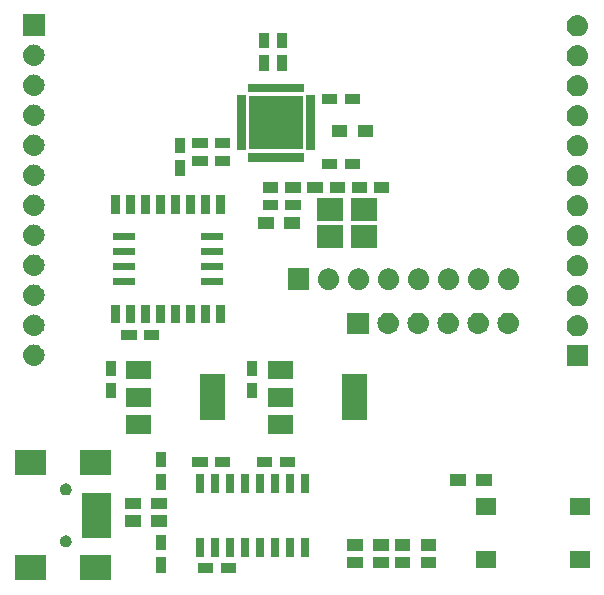
<source format=gbr>
G04 #@! TF.GenerationSoftware,KiCad,Pcbnew,(5.0.1-3-g963ef8bb5)*
G04 #@! TF.CreationDate,2018-11-25T15:30:40-05:00*
G04 #@! TF.ProjectId,fe310-dev,66653331302D6465762E6B696361645F,rev?*
G04 #@! TF.SameCoordinates,Original*
G04 #@! TF.FileFunction,Soldermask,Top*
G04 #@! TF.FilePolarity,Negative*
%FSLAX46Y46*%
G04 Gerber Fmt 4.6, Leading zero omitted, Abs format (unit mm)*
G04 Created by KiCad (PCBNEW (5.0.1-3-g963ef8bb5)) date Sunday, November 25, 2018 at 03:30:40 PM*
%MOMM*%
%LPD*%
G01*
G04 APERTURE LIST*
%ADD10C,0.100000*%
G04 APERTURE END LIST*
D10*
G36*
X28501000Y-64001000D02*
X25899000Y-64001000D01*
X25899000Y-61899000D01*
X28501000Y-61899000D01*
X28501000Y-64001000D01*
X28501000Y-64001000D01*
G37*
G36*
X23001000Y-64001000D02*
X20399000Y-64001000D01*
X20399000Y-61899000D01*
X23001000Y-61899000D01*
X23001000Y-64001000D01*
X23001000Y-64001000D01*
G37*
G36*
X37201000Y-63426000D02*
X35899000Y-63426000D01*
X35899000Y-62574000D01*
X37201000Y-62574000D01*
X37201000Y-63426000D01*
X37201000Y-63426000D01*
G37*
G36*
X39101000Y-63426000D02*
X37799000Y-63426000D01*
X37799000Y-62574000D01*
X39101000Y-62574000D01*
X39101000Y-63426000D01*
X39101000Y-63426000D01*
G37*
G36*
X33176000Y-63351000D02*
X32324000Y-63351000D01*
X32324000Y-62049000D01*
X33176000Y-62049000D01*
X33176000Y-63351000D01*
X33176000Y-63351000D01*
G37*
G36*
X56051000Y-63001000D02*
X54749000Y-63001000D01*
X54749000Y-61999000D01*
X56051000Y-61999000D01*
X56051000Y-63001000D01*
X56051000Y-63001000D01*
G37*
G36*
X53851000Y-63001000D02*
X52549000Y-63001000D01*
X52549000Y-61999000D01*
X53851000Y-61999000D01*
X53851000Y-63001000D01*
X53851000Y-63001000D01*
G37*
G36*
X49851000Y-63001000D02*
X48549000Y-63001000D01*
X48549000Y-61999000D01*
X49851000Y-61999000D01*
X49851000Y-63001000D01*
X49851000Y-63001000D01*
G37*
G36*
X52051000Y-63001000D02*
X50749000Y-63001000D01*
X50749000Y-61999000D01*
X52051000Y-61999000D01*
X52051000Y-63001000D01*
X52051000Y-63001000D01*
G37*
G36*
X61096000Y-62951000D02*
X59444000Y-62951000D01*
X59444000Y-61549000D01*
X61096000Y-61549000D01*
X61096000Y-62951000D01*
X61096000Y-62951000D01*
G37*
G36*
X69056000Y-62951000D02*
X67404000Y-62951000D01*
X67404000Y-61549000D01*
X69056000Y-61549000D01*
X69056000Y-62951000D01*
X69056000Y-62951000D01*
G37*
G36*
X45296000Y-62001000D02*
X44594000Y-62001000D01*
X44594000Y-60399000D01*
X45296000Y-60399000D01*
X45296000Y-62001000D01*
X45296000Y-62001000D01*
G37*
G36*
X44026000Y-62001000D02*
X43324000Y-62001000D01*
X43324000Y-60399000D01*
X44026000Y-60399000D01*
X44026000Y-62001000D01*
X44026000Y-62001000D01*
G37*
G36*
X42756000Y-62001000D02*
X42054000Y-62001000D01*
X42054000Y-60399000D01*
X42756000Y-60399000D01*
X42756000Y-62001000D01*
X42756000Y-62001000D01*
G37*
G36*
X41486000Y-62001000D02*
X40784000Y-62001000D01*
X40784000Y-60399000D01*
X41486000Y-60399000D01*
X41486000Y-62001000D01*
X41486000Y-62001000D01*
G37*
G36*
X40216000Y-62001000D02*
X39514000Y-62001000D01*
X39514000Y-60399000D01*
X40216000Y-60399000D01*
X40216000Y-62001000D01*
X40216000Y-62001000D01*
G37*
G36*
X38946000Y-62001000D02*
X38244000Y-62001000D01*
X38244000Y-60399000D01*
X38946000Y-60399000D01*
X38946000Y-62001000D01*
X38946000Y-62001000D01*
G37*
G36*
X37676000Y-62001000D02*
X36974000Y-62001000D01*
X36974000Y-60399000D01*
X37676000Y-60399000D01*
X37676000Y-62001000D01*
X37676000Y-62001000D01*
G37*
G36*
X36406000Y-62001000D02*
X35704000Y-62001000D01*
X35704000Y-60399000D01*
X36406000Y-60399000D01*
X36406000Y-62001000D01*
X36406000Y-62001000D01*
G37*
G36*
X53851000Y-61501000D02*
X52549000Y-61501000D01*
X52549000Y-60499000D01*
X53851000Y-60499000D01*
X53851000Y-61501000D01*
X53851000Y-61501000D01*
G37*
G36*
X56051000Y-61501000D02*
X54749000Y-61501000D01*
X54749000Y-60499000D01*
X56051000Y-60499000D01*
X56051000Y-61501000D01*
X56051000Y-61501000D01*
G37*
G36*
X52051000Y-61501000D02*
X50749000Y-61501000D01*
X50749000Y-60499000D01*
X52051000Y-60499000D01*
X52051000Y-61501000D01*
X52051000Y-61501000D01*
G37*
G36*
X49851000Y-61501000D02*
X48549000Y-61501000D01*
X48549000Y-60499000D01*
X49851000Y-60499000D01*
X49851000Y-61501000D01*
X49851000Y-61501000D01*
G37*
G36*
X33176000Y-61451000D02*
X32324000Y-61451000D01*
X32324000Y-60149000D01*
X33176000Y-60149000D01*
X33176000Y-61451000D01*
X33176000Y-61451000D01*
G37*
G36*
X24846136Y-60218253D02*
X24937312Y-60256019D01*
X25019372Y-60310850D01*
X25089150Y-60380628D01*
X25143981Y-60462688D01*
X25181747Y-60553864D01*
X25201000Y-60650656D01*
X25201000Y-60749344D01*
X25181747Y-60846136D01*
X25143981Y-60937312D01*
X25089150Y-61019372D01*
X25019372Y-61089150D01*
X24937312Y-61143981D01*
X24846136Y-61181747D01*
X24749344Y-61201000D01*
X24650656Y-61201000D01*
X24553864Y-61181747D01*
X24462688Y-61143981D01*
X24380628Y-61089150D01*
X24310850Y-61019372D01*
X24256019Y-60937312D01*
X24218253Y-60846136D01*
X24199000Y-60749344D01*
X24199000Y-60650656D01*
X24218253Y-60553864D01*
X24256019Y-60462688D01*
X24310850Y-60380628D01*
X24380628Y-60310850D01*
X24462688Y-60256019D01*
X24553864Y-60218253D01*
X24650656Y-60199000D01*
X24749344Y-60199000D01*
X24846136Y-60218253D01*
X24846136Y-60218253D01*
G37*
G36*
X28501000Y-60401000D02*
X26099000Y-60401000D01*
X26099000Y-56599000D01*
X28501000Y-56599000D01*
X28501000Y-60401000D01*
X28501000Y-60401000D01*
G37*
G36*
X33251000Y-59501000D02*
X31949000Y-59501000D01*
X31949000Y-58499000D01*
X33251000Y-58499000D01*
X33251000Y-59501000D01*
X33251000Y-59501000D01*
G37*
G36*
X31051000Y-59501000D02*
X29749000Y-59501000D01*
X29749000Y-58499000D01*
X31051000Y-58499000D01*
X31051000Y-59501000D01*
X31051000Y-59501000D01*
G37*
G36*
X69056000Y-58451000D02*
X67404000Y-58451000D01*
X67404000Y-57049000D01*
X69056000Y-57049000D01*
X69056000Y-58451000D01*
X69056000Y-58451000D01*
G37*
G36*
X61096000Y-58451000D02*
X59444000Y-58451000D01*
X59444000Y-57049000D01*
X61096000Y-57049000D01*
X61096000Y-58451000D01*
X61096000Y-58451000D01*
G37*
G36*
X33251000Y-58001000D02*
X31949000Y-58001000D01*
X31949000Y-56999000D01*
X33251000Y-56999000D01*
X33251000Y-58001000D01*
X33251000Y-58001000D01*
G37*
G36*
X31051000Y-58001000D02*
X29749000Y-58001000D01*
X29749000Y-56999000D01*
X31051000Y-56999000D01*
X31051000Y-58001000D01*
X31051000Y-58001000D01*
G37*
G36*
X24846136Y-55818253D02*
X24937312Y-55856019D01*
X25019372Y-55910850D01*
X25089150Y-55980628D01*
X25143981Y-56062688D01*
X25181747Y-56153864D01*
X25201000Y-56250656D01*
X25201000Y-56349344D01*
X25181747Y-56446136D01*
X25143981Y-56537312D01*
X25089150Y-56619372D01*
X25019372Y-56689150D01*
X24937312Y-56743981D01*
X24846136Y-56781747D01*
X24749344Y-56801000D01*
X24650656Y-56801000D01*
X24553864Y-56781747D01*
X24462688Y-56743981D01*
X24380628Y-56689150D01*
X24310850Y-56619372D01*
X24256019Y-56537312D01*
X24218253Y-56446136D01*
X24199000Y-56349344D01*
X24199000Y-56250656D01*
X24218253Y-56153864D01*
X24256019Y-56062688D01*
X24310850Y-55980628D01*
X24380628Y-55910850D01*
X24462688Y-55856019D01*
X24553864Y-55818253D01*
X24650656Y-55799000D01*
X24749344Y-55799000D01*
X24846136Y-55818253D01*
X24846136Y-55818253D01*
G37*
G36*
X37676000Y-56601000D02*
X36974000Y-56601000D01*
X36974000Y-54999000D01*
X37676000Y-54999000D01*
X37676000Y-56601000D01*
X37676000Y-56601000D01*
G37*
G36*
X36406000Y-56601000D02*
X35704000Y-56601000D01*
X35704000Y-54999000D01*
X36406000Y-54999000D01*
X36406000Y-56601000D01*
X36406000Y-56601000D01*
G37*
G36*
X45296000Y-56601000D02*
X44594000Y-56601000D01*
X44594000Y-54999000D01*
X45296000Y-54999000D01*
X45296000Y-56601000D01*
X45296000Y-56601000D01*
G37*
G36*
X44026000Y-56601000D02*
X43324000Y-56601000D01*
X43324000Y-54999000D01*
X44026000Y-54999000D01*
X44026000Y-56601000D01*
X44026000Y-56601000D01*
G37*
G36*
X42756000Y-56601000D02*
X42054000Y-56601000D01*
X42054000Y-54999000D01*
X42756000Y-54999000D01*
X42756000Y-56601000D01*
X42756000Y-56601000D01*
G37*
G36*
X41486000Y-56601000D02*
X40784000Y-56601000D01*
X40784000Y-54999000D01*
X41486000Y-54999000D01*
X41486000Y-56601000D01*
X41486000Y-56601000D01*
G37*
G36*
X40216000Y-56601000D02*
X39514000Y-56601000D01*
X39514000Y-54999000D01*
X40216000Y-54999000D01*
X40216000Y-56601000D01*
X40216000Y-56601000D01*
G37*
G36*
X38946000Y-56601000D02*
X38244000Y-56601000D01*
X38244000Y-54999000D01*
X38946000Y-54999000D01*
X38946000Y-56601000D01*
X38946000Y-56601000D01*
G37*
G36*
X33176000Y-56351000D02*
X32324000Y-56351000D01*
X32324000Y-55049000D01*
X33176000Y-55049000D01*
X33176000Y-56351000D01*
X33176000Y-56351000D01*
G37*
G36*
X60751000Y-56001000D02*
X59449000Y-56001000D01*
X59449000Y-54999000D01*
X60751000Y-54999000D01*
X60751000Y-56001000D01*
X60751000Y-56001000D01*
G37*
G36*
X58551000Y-56001000D02*
X57249000Y-56001000D01*
X57249000Y-54999000D01*
X58551000Y-54999000D01*
X58551000Y-56001000D01*
X58551000Y-56001000D01*
G37*
G36*
X28501000Y-55101000D02*
X25899000Y-55101000D01*
X25899000Y-52999000D01*
X28501000Y-52999000D01*
X28501000Y-55101000D01*
X28501000Y-55101000D01*
G37*
G36*
X23001000Y-55101000D02*
X20399000Y-55101000D01*
X20399000Y-52999000D01*
X23001000Y-52999000D01*
X23001000Y-55101000D01*
X23001000Y-55101000D01*
G37*
G36*
X33176000Y-54451000D02*
X32324000Y-54451000D01*
X32324000Y-53149000D01*
X33176000Y-53149000D01*
X33176000Y-54451000D01*
X33176000Y-54451000D01*
G37*
G36*
X38601000Y-54426000D02*
X37299000Y-54426000D01*
X37299000Y-53574000D01*
X38601000Y-53574000D01*
X38601000Y-54426000D01*
X38601000Y-54426000D01*
G37*
G36*
X44101000Y-54426000D02*
X42799000Y-54426000D01*
X42799000Y-53574000D01*
X44101000Y-53574000D01*
X44101000Y-54426000D01*
X44101000Y-54426000D01*
G37*
G36*
X42201000Y-54426000D02*
X40899000Y-54426000D01*
X40899000Y-53574000D01*
X42201000Y-53574000D01*
X42201000Y-54426000D01*
X42201000Y-54426000D01*
G37*
G36*
X36701000Y-54426000D02*
X35399000Y-54426000D01*
X35399000Y-53574000D01*
X36701000Y-53574000D01*
X36701000Y-54426000D01*
X36701000Y-54426000D01*
G37*
G36*
X43901000Y-51601000D02*
X41799000Y-51601000D01*
X41799000Y-49999000D01*
X43901000Y-49999000D01*
X43901000Y-51601000D01*
X43901000Y-51601000D01*
G37*
G36*
X31901000Y-51601000D02*
X29799000Y-51601000D01*
X29799000Y-49999000D01*
X31901000Y-49999000D01*
X31901000Y-51601000D01*
X31901000Y-51601000D01*
G37*
G36*
X50201000Y-50451000D02*
X48099000Y-50451000D01*
X48099000Y-46549000D01*
X50201000Y-46549000D01*
X50201000Y-50451000D01*
X50201000Y-50451000D01*
G37*
G36*
X38201000Y-50451000D02*
X36099000Y-50451000D01*
X36099000Y-46549000D01*
X38201000Y-46549000D01*
X38201000Y-50451000D01*
X38201000Y-50451000D01*
G37*
G36*
X31901000Y-49301000D02*
X29799000Y-49301000D01*
X29799000Y-47699000D01*
X31901000Y-47699000D01*
X31901000Y-49301000D01*
X31901000Y-49301000D01*
G37*
G36*
X43901000Y-49301000D02*
X41799000Y-49301000D01*
X41799000Y-47699000D01*
X43901000Y-47699000D01*
X43901000Y-49301000D01*
X43901000Y-49301000D01*
G37*
G36*
X40926000Y-48601000D02*
X40074000Y-48601000D01*
X40074000Y-47299000D01*
X40926000Y-47299000D01*
X40926000Y-48601000D01*
X40926000Y-48601000D01*
G37*
G36*
X28926000Y-48601000D02*
X28074000Y-48601000D01*
X28074000Y-47299000D01*
X28926000Y-47299000D01*
X28926000Y-48601000D01*
X28926000Y-48601000D01*
G37*
G36*
X31901000Y-47001000D02*
X29799000Y-47001000D01*
X29799000Y-45399000D01*
X31901000Y-45399000D01*
X31901000Y-47001000D01*
X31901000Y-47001000D01*
G37*
G36*
X43901000Y-47001000D02*
X41799000Y-47001000D01*
X41799000Y-45399000D01*
X43901000Y-45399000D01*
X43901000Y-47001000D01*
X43901000Y-47001000D01*
G37*
G36*
X40926000Y-46701000D02*
X40074000Y-46701000D01*
X40074000Y-45399000D01*
X40926000Y-45399000D01*
X40926000Y-46701000D01*
X40926000Y-46701000D01*
G37*
G36*
X28926000Y-46701000D02*
X28074000Y-46701000D01*
X28074000Y-45399000D01*
X28926000Y-45399000D01*
X28926000Y-46701000D01*
X28926000Y-46701000D01*
G37*
G36*
X68901000Y-45901000D02*
X67099000Y-45901000D01*
X67099000Y-44099000D01*
X68901000Y-44099000D01*
X68901000Y-45901000D01*
X68901000Y-45901000D01*
G37*
G36*
X22110443Y-44045519D02*
X22176627Y-44052037D01*
X22289853Y-44086384D01*
X22346467Y-44103557D01*
X22485087Y-44177652D01*
X22502991Y-44187222D01*
X22538729Y-44216552D01*
X22640186Y-44299814D01*
X22723448Y-44401271D01*
X22752778Y-44437009D01*
X22752779Y-44437011D01*
X22836443Y-44593533D01*
X22836443Y-44593534D01*
X22887963Y-44763373D01*
X22905359Y-44940000D01*
X22887963Y-45116627D01*
X22853616Y-45229853D01*
X22836443Y-45286467D01*
X22776292Y-45399000D01*
X22752778Y-45442991D01*
X22723448Y-45478729D01*
X22640186Y-45580186D01*
X22538729Y-45663448D01*
X22502991Y-45692778D01*
X22502989Y-45692779D01*
X22346467Y-45776443D01*
X22289853Y-45793616D01*
X22176627Y-45827963D01*
X22110442Y-45834482D01*
X22044260Y-45841000D01*
X21955740Y-45841000D01*
X21889558Y-45834482D01*
X21823373Y-45827963D01*
X21710147Y-45793616D01*
X21653533Y-45776443D01*
X21497011Y-45692779D01*
X21497009Y-45692778D01*
X21461271Y-45663448D01*
X21359814Y-45580186D01*
X21276552Y-45478729D01*
X21247222Y-45442991D01*
X21223708Y-45399000D01*
X21163557Y-45286467D01*
X21146384Y-45229853D01*
X21112037Y-45116627D01*
X21094641Y-44940000D01*
X21112037Y-44763373D01*
X21163557Y-44593534D01*
X21163557Y-44593533D01*
X21247221Y-44437011D01*
X21247222Y-44437009D01*
X21276552Y-44401271D01*
X21359814Y-44299814D01*
X21461271Y-44216552D01*
X21497009Y-44187222D01*
X21514913Y-44177652D01*
X21653533Y-44103557D01*
X21710147Y-44086384D01*
X21823373Y-44052037D01*
X21889557Y-44045519D01*
X21955740Y-44039000D01*
X22044260Y-44039000D01*
X22110443Y-44045519D01*
X22110443Y-44045519D01*
G37*
G36*
X32601000Y-43626000D02*
X31299000Y-43626000D01*
X31299000Y-42774000D01*
X32601000Y-42774000D01*
X32601000Y-43626000D01*
X32601000Y-43626000D01*
G37*
G36*
X30701000Y-43626000D02*
X29399000Y-43626000D01*
X29399000Y-42774000D01*
X30701000Y-42774000D01*
X30701000Y-43626000D01*
X30701000Y-43626000D01*
G37*
G36*
X68090527Y-41563557D02*
X68176627Y-41572037D01*
X68289853Y-41606384D01*
X68346467Y-41623557D01*
X68390740Y-41647222D01*
X68502991Y-41707222D01*
X68538729Y-41736552D01*
X68640186Y-41819814D01*
X68703537Y-41897009D01*
X68752778Y-41957009D01*
X68752779Y-41957011D01*
X68836443Y-42113533D01*
X68836443Y-42113534D01*
X68887963Y-42283373D01*
X68905359Y-42460000D01*
X68887963Y-42636627D01*
X68854644Y-42746466D01*
X68836443Y-42806467D01*
X68784850Y-42902989D01*
X68752778Y-42962991D01*
X68723448Y-42998729D01*
X68640186Y-43100186D01*
X68538729Y-43183448D01*
X68502991Y-43212778D01*
X68502989Y-43212779D01*
X68346467Y-43296443D01*
X68331444Y-43301000D01*
X68176627Y-43347963D01*
X68110443Y-43354481D01*
X68044260Y-43361000D01*
X67955740Y-43361000D01*
X67889557Y-43354481D01*
X67823373Y-43347963D01*
X67668556Y-43301000D01*
X67653533Y-43296443D01*
X67497011Y-43212779D01*
X67497009Y-43212778D01*
X67461271Y-43183448D01*
X67359814Y-43100186D01*
X67276552Y-42998729D01*
X67247222Y-42962991D01*
X67215150Y-42902989D01*
X67163557Y-42806467D01*
X67145356Y-42746466D01*
X67112037Y-42636627D01*
X67094641Y-42460000D01*
X67112037Y-42283373D01*
X67163557Y-42113534D01*
X67163557Y-42113533D01*
X67247221Y-41957011D01*
X67247222Y-41957009D01*
X67296463Y-41897009D01*
X67359814Y-41819814D01*
X67461271Y-41736552D01*
X67497009Y-41707222D01*
X67609260Y-41647222D01*
X67653533Y-41623557D01*
X67710147Y-41606384D01*
X67823373Y-41572037D01*
X67909473Y-41563557D01*
X67955740Y-41559000D01*
X68044260Y-41559000D01*
X68090527Y-41563557D01*
X68090527Y-41563557D01*
G37*
G36*
X22110443Y-41505519D02*
X22176627Y-41512037D01*
X22289853Y-41546384D01*
X22346467Y-41563557D01*
X22433006Y-41609814D01*
X22502991Y-41647222D01*
X22538729Y-41676552D01*
X22640186Y-41759814D01*
X22723448Y-41861271D01*
X22752778Y-41897009D01*
X22752779Y-41897011D01*
X22836443Y-42053533D01*
X22836443Y-42053534D01*
X22887963Y-42223373D01*
X22905359Y-42400000D01*
X22887963Y-42576627D01*
X22869763Y-42636625D01*
X22836443Y-42746467D01*
X22821726Y-42774000D01*
X22752778Y-42902991D01*
X22723448Y-42938729D01*
X22640186Y-43040186D01*
X22538729Y-43123448D01*
X22502991Y-43152778D01*
X22502989Y-43152779D01*
X22346467Y-43236443D01*
X22289853Y-43253616D01*
X22176627Y-43287963D01*
X22110443Y-43294481D01*
X22044260Y-43301000D01*
X21955740Y-43301000D01*
X21889557Y-43294481D01*
X21823373Y-43287963D01*
X21710147Y-43253616D01*
X21653533Y-43236443D01*
X21497011Y-43152779D01*
X21497009Y-43152778D01*
X21461271Y-43123448D01*
X21359814Y-43040186D01*
X21276552Y-42938729D01*
X21247222Y-42902991D01*
X21178274Y-42774000D01*
X21163557Y-42746467D01*
X21130237Y-42636625D01*
X21112037Y-42576627D01*
X21094641Y-42400000D01*
X21112037Y-42223373D01*
X21163557Y-42053534D01*
X21163557Y-42053533D01*
X21247221Y-41897011D01*
X21247222Y-41897009D01*
X21276552Y-41861271D01*
X21359814Y-41759814D01*
X21461271Y-41676552D01*
X21497009Y-41647222D01*
X21566994Y-41609814D01*
X21653533Y-41563557D01*
X21710147Y-41546384D01*
X21823373Y-41512037D01*
X21889557Y-41505519D01*
X21955740Y-41499000D01*
X22044260Y-41499000D01*
X22110443Y-41505519D01*
X22110443Y-41505519D01*
G37*
G36*
X57180442Y-41355518D02*
X57246627Y-41362037D01*
X57359853Y-41396384D01*
X57416467Y-41413557D01*
X57555087Y-41487652D01*
X57572991Y-41497222D01*
X57575157Y-41499000D01*
X57710186Y-41609814D01*
X57790125Y-41707221D01*
X57822778Y-41747009D01*
X57822779Y-41747011D01*
X57906443Y-41903533D01*
X57906443Y-41903534D01*
X57957963Y-42073373D01*
X57975359Y-42250000D01*
X57957963Y-42426627D01*
X57947839Y-42460000D01*
X57906443Y-42596467D01*
X57832348Y-42735087D01*
X57822778Y-42752991D01*
X57805536Y-42774000D01*
X57710186Y-42890186D01*
X57608729Y-42973448D01*
X57572991Y-43002778D01*
X57572989Y-43002779D01*
X57416467Y-43086443D01*
X57359853Y-43103616D01*
X57246627Y-43137963D01*
X57180442Y-43144482D01*
X57114260Y-43151000D01*
X57025740Y-43151000D01*
X56959558Y-43144482D01*
X56893373Y-43137963D01*
X56780147Y-43103616D01*
X56723533Y-43086443D01*
X56567011Y-43002779D01*
X56567009Y-43002778D01*
X56531271Y-42973448D01*
X56429814Y-42890186D01*
X56334464Y-42774000D01*
X56317222Y-42752991D01*
X56307652Y-42735087D01*
X56233557Y-42596467D01*
X56192161Y-42460000D01*
X56182037Y-42426627D01*
X56164641Y-42250000D01*
X56182037Y-42073373D01*
X56233557Y-41903534D01*
X56233557Y-41903533D01*
X56317221Y-41747011D01*
X56317222Y-41747009D01*
X56349875Y-41707221D01*
X56429814Y-41609814D01*
X56564843Y-41499000D01*
X56567009Y-41497222D01*
X56584913Y-41487652D01*
X56723533Y-41413557D01*
X56780147Y-41396384D01*
X56893373Y-41362037D01*
X56959558Y-41355518D01*
X57025740Y-41349000D01*
X57114260Y-41349000D01*
X57180442Y-41355518D01*
X57180442Y-41355518D01*
G37*
G36*
X54640442Y-41355518D02*
X54706627Y-41362037D01*
X54819853Y-41396384D01*
X54876467Y-41413557D01*
X55015087Y-41487652D01*
X55032991Y-41497222D01*
X55035157Y-41499000D01*
X55170186Y-41609814D01*
X55250125Y-41707221D01*
X55282778Y-41747009D01*
X55282779Y-41747011D01*
X55366443Y-41903533D01*
X55366443Y-41903534D01*
X55417963Y-42073373D01*
X55435359Y-42250000D01*
X55417963Y-42426627D01*
X55407839Y-42460000D01*
X55366443Y-42596467D01*
X55292348Y-42735087D01*
X55282778Y-42752991D01*
X55265536Y-42774000D01*
X55170186Y-42890186D01*
X55068729Y-42973448D01*
X55032991Y-43002778D01*
X55032989Y-43002779D01*
X54876467Y-43086443D01*
X54819853Y-43103616D01*
X54706627Y-43137963D01*
X54640442Y-43144482D01*
X54574260Y-43151000D01*
X54485740Y-43151000D01*
X54419558Y-43144482D01*
X54353373Y-43137963D01*
X54240147Y-43103616D01*
X54183533Y-43086443D01*
X54027011Y-43002779D01*
X54027009Y-43002778D01*
X53991271Y-42973448D01*
X53889814Y-42890186D01*
X53794464Y-42774000D01*
X53777222Y-42752991D01*
X53767652Y-42735087D01*
X53693557Y-42596467D01*
X53652161Y-42460000D01*
X53642037Y-42426627D01*
X53624641Y-42250000D01*
X53642037Y-42073373D01*
X53693557Y-41903534D01*
X53693557Y-41903533D01*
X53777221Y-41747011D01*
X53777222Y-41747009D01*
X53809875Y-41707221D01*
X53889814Y-41609814D01*
X54024843Y-41499000D01*
X54027009Y-41497222D01*
X54044913Y-41487652D01*
X54183533Y-41413557D01*
X54240147Y-41396384D01*
X54353373Y-41362037D01*
X54419558Y-41355518D01*
X54485740Y-41349000D01*
X54574260Y-41349000D01*
X54640442Y-41355518D01*
X54640442Y-41355518D01*
G37*
G36*
X52100442Y-41355518D02*
X52166627Y-41362037D01*
X52279853Y-41396384D01*
X52336467Y-41413557D01*
X52475087Y-41487652D01*
X52492991Y-41497222D01*
X52495157Y-41499000D01*
X52630186Y-41609814D01*
X52710125Y-41707221D01*
X52742778Y-41747009D01*
X52742779Y-41747011D01*
X52826443Y-41903533D01*
X52826443Y-41903534D01*
X52877963Y-42073373D01*
X52895359Y-42250000D01*
X52877963Y-42426627D01*
X52867839Y-42460000D01*
X52826443Y-42596467D01*
X52752348Y-42735087D01*
X52742778Y-42752991D01*
X52725536Y-42774000D01*
X52630186Y-42890186D01*
X52528729Y-42973448D01*
X52492991Y-43002778D01*
X52492989Y-43002779D01*
X52336467Y-43086443D01*
X52279853Y-43103616D01*
X52166627Y-43137963D01*
X52100442Y-43144482D01*
X52034260Y-43151000D01*
X51945740Y-43151000D01*
X51879558Y-43144482D01*
X51813373Y-43137963D01*
X51700147Y-43103616D01*
X51643533Y-43086443D01*
X51487011Y-43002779D01*
X51487009Y-43002778D01*
X51451271Y-42973448D01*
X51349814Y-42890186D01*
X51254464Y-42774000D01*
X51237222Y-42752991D01*
X51227652Y-42735087D01*
X51153557Y-42596467D01*
X51112161Y-42460000D01*
X51102037Y-42426627D01*
X51084641Y-42250000D01*
X51102037Y-42073373D01*
X51153557Y-41903534D01*
X51153557Y-41903533D01*
X51237221Y-41747011D01*
X51237222Y-41747009D01*
X51269875Y-41707221D01*
X51349814Y-41609814D01*
X51484843Y-41499000D01*
X51487009Y-41497222D01*
X51504913Y-41487652D01*
X51643533Y-41413557D01*
X51700147Y-41396384D01*
X51813373Y-41362037D01*
X51879558Y-41355518D01*
X51945740Y-41349000D01*
X52034260Y-41349000D01*
X52100442Y-41355518D01*
X52100442Y-41355518D01*
G37*
G36*
X50351000Y-43151000D02*
X48549000Y-43151000D01*
X48549000Y-41349000D01*
X50351000Y-41349000D01*
X50351000Y-43151000D01*
X50351000Y-43151000D01*
G37*
G36*
X59720442Y-41355518D02*
X59786627Y-41362037D01*
X59899853Y-41396384D01*
X59956467Y-41413557D01*
X60095087Y-41487652D01*
X60112991Y-41497222D01*
X60115157Y-41499000D01*
X60250186Y-41609814D01*
X60330125Y-41707221D01*
X60362778Y-41747009D01*
X60362779Y-41747011D01*
X60446443Y-41903533D01*
X60446443Y-41903534D01*
X60497963Y-42073373D01*
X60515359Y-42250000D01*
X60497963Y-42426627D01*
X60487839Y-42460000D01*
X60446443Y-42596467D01*
X60372348Y-42735087D01*
X60362778Y-42752991D01*
X60345536Y-42774000D01*
X60250186Y-42890186D01*
X60148729Y-42973448D01*
X60112991Y-43002778D01*
X60112989Y-43002779D01*
X59956467Y-43086443D01*
X59899853Y-43103616D01*
X59786627Y-43137963D01*
X59720442Y-43144482D01*
X59654260Y-43151000D01*
X59565740Y-43151000D01*
X59499558Y-43144482D01*
X59433373Y-43137963D01*
X59320147Y-43103616D01*
X59263533Y-43086443D01*
X59107011Y-43002779D01*
X59107009Y-43002778D01*
X59071271Y-42973448D01*
X58969814Y-42890186D01*
X58874464Y-42774000D01*
X58857222Y-42752991D01*
X58847652Y-42735087D01*
X58773557Y-42596467D01*
X58732161Y-42460000D01*
X58722037Y-42426627D01*
X58704641Y-42250000D01*
X58722037Y-42073373D01*
X58773557Y-41903534D01*
X58773557Y-41903533D01*
X58857221Y-41747011D01*
X58857222Y-41747009D01*
X58889875Y-41707221D01*
X58969814Y-41609814D01*
X59104843Y-41499000D01*
X59107009Y-41497222D01*
X59124913Y-41487652D01*
X59263533Y-41413557D01*
X59320147Y-41396384D01*
X59433373Y-41362037D01*
X59499558Y-41355518D01*
X59565740Y-41349000D01*
X59654260Y-41349000D01*
X59720442Y-41355518D01*
X59720442Y-41355518D01*
G37*
G36*
X62260442Y-41355518D02*
X62326627Y-41362037D01*
X62439853Y-41396384D01*
X62496467Y-41413557D01*
X62635087Y-41487652D01*
X62652991Y-41497222D01*
X62655157Y-41499000D01*
X62790186Y-41609814D01*
X62870125Y-41707221D01*
X62902778Y-41747009D01*
X62902779Y-41747011D01*
X62986443Y-41903533D01*
X62986443Y-41903534D01*
X63037963Y-42073373D01*
X63055359Y-42250000D01*
X63037963Y-42426627D01*
X63027839Y-42460000D01*
X62986443Y-42596467D01*
X62912348Y-42735087D01*
X62902778Y-42752991D01*
X62885536Y-42774000D01*
X62790186Y-42890186D01*
X62688729Y-42973448D01*
X62652991Y-43002778D01*
X62652989Y-43002779D01*
X62496467Y-43086443D01*
X62439853Y-43103616D01*
X62326627Y-43137963D01*
X62260442Y-43144482D01*
X62194260Y-43151000D01*
X62105740Y-43151000D01*
X62039558Y-43144482D01*
X61973373Y-43137963D01*
X61860147Y-43103616D01*
X61803533Y-43086443D01*
X61647011Y-43002779D01*
X61647009Y-43002778D01*
X61611271Y-42973448D01*
X61509814Y-42890186D01*
X61414464Y-42774000D01*
X61397222Y-42752991D01*
X61387652Y-42735087D01*
X61313557Y-42596467D01*
X61272161Y-42460000D01*
X61262037Y-42426627D01*
X61244641Y-42250000D01*
X61262037Y-42073373D01*
X61313557Y-41903534D01*
X61313557Y-41903533D01*
X61397221Y-41747011D01*
X61397222Y-41747009D01*
X61429875Y-41707221D01*
X61509814Y-41609814D01*
X61644843Y-41499000D01*
X61647009Y-41497222D01*
X61664913Y-41487652D01*
X61803533Y-41413557D01*
X61860147Y-41396384D01*
X61973373Y-41362037D01*
X62039558Y-41355518D01*
X62105740Y-41349000D01*
X62194260Y-41349000D01*
X62260442Y-41355518D01*
X62260442Y-41355518D01*
G37*
G36*
X30530297Y-42260920D02*
X29828297Y-42260920D01*
X29828297Y-40658920D01*
X30530297Y-40658920D01*
X30530297Y-42260920D01*
X30530297Y-42260920D01*
G37*
G36*
X29260297Y-42260920D02*
X28558297Y-42260920D01*
X28558297Y-40658920D01*
X29260297Y-40658920D01*
X29260297Y-42260920D01*
X29260297Y-42260920D01*
G37*
G36*
X31800297Y-42260920D02*
X31098297Y-42260920D01*
X31098297Y-40658920D01*
X31800297Y-40658920D01*
X31800297Y-42260920D01*
X31800297Y-42260920D01*
G37*
G36*
X33070297Y-42260920D02*
X32368297Y-42260920D01*
X32368297Y-40658920D01*
X33070297Y-40658920D01*
X33070297Y-42260920D01*
X33070297Y-42260920D01*
G37*
G36*
X34340297Y-42260920D02*
X33638297Y-42260920D01*
X33638297Y-40658920D01*
X34340297Y-40658920D01*
X34340297Y-42260920D01*
X34340297Y-42260920D01*
G37*
G36*
X35610297Y-42260920D02*
X34908297Y-42260920D01*
X34908297Y-40658920D01*
X35610297Y-40658920D01*
X35610297Y-42260920D01*
X35610297Y-42260920D01*
G37*
G36*
X36880297Y-42260920D02*
X36178297Y-42260920D01*
X36178297Y-40658920D01*
X36880297Y-40658920D01*
X36880297Y-42260920D01*
X36880297Y-42260920D01*
G37*
G36*
X38150297Y-42260920D02*
X37448297Y-42260920D01*
X37448297Y-40658920D01*
X38150297Y-40658920D01*
X38150297Y-42260920D01*
X38150297Y-42260920D01*
G37*
G36*
X68090527Y-39023557D02*
X68176627Y-39032037D01*
X68289853Y-39066384D01*
X68346467Y-39083557D01*
X68390740Y-39107222D01*
X68502991Y-39167222D01*
X68538729Y-39196552D01*
X68640186Y-39279814D01*
X68703537Y-39357009D01*
X68752778Y-39417009D01*
X68752779Y-39417011D01*
X68836443Y-39573533D01*
X68836443Y-39573534D01*
X68887963Y-39743373D01*
X68905359Y-39920000D01*
X68887963Y-40096627D01*
X68854644Y-40206466D01*
X68836443Y-40266467D01*
X68784850Y-40362989D01*
X68752778Y-40422991D01*
X68723448Y-40458729D01*
X68640186Y-40560186D01*
X68538729Y-40643448D01*
X68502991Y-40672778D01*
X68502989Y-40672779D01*
X68346467Y-40756443D01*
X68331444Y-40761000D01*
X68176627Y-40807963D01*
X68110443Y-40814481D01*
X68044260Y-40821000D01*
X67955740Y-40821000D01*
X67889557Y-40814481D01*
X67823373Y-40807963D01*
X67668556Y-40761000D01*
X67653533Y-40756443D01*
X67497011Y-40672779D01*
X67497009Y-40672778D01*
X67461271Y-40643448D01*
X67359814Y-40560186D01*
X67276552Y-40458729D01*
X67247222Y-40422991D01*
X67215150Y-40362989D01*
X67163557Y-40266467D01*
X67145356Y-40206466D01*
X67112037Y-40096627D01*
X67094641Y-39920000D01*
X67112037Y-39743373D01*
X67163557Y-39573534D01*
X67163557Y-39573533D01*
X67247221Y-39417011D01*
X67247222Y-39417009D01*
X67296463Y-39357009D01*
X67359814Y-39279814D01*
X67461271Y-39196552D01*
X67497009Y-39167222D01*
X67609260Y-39107222D01*
X67653533Y-39083557D01*
X67710147Y-39066384D01*
X67823373Y-39032037D01*
X67909473Y-39023557D01*
X67955740Y-39019000D01*
X68044260Y-39019000D01*
X68090527Y-39023557D01*
X68090527Y-39023557D01*
G37*
G36*
X22110443Y-38965519D02*
X22176627Y-38972037D01*
X22278662Y-39002989D01*
X22346467Y-39023557D01*
X22378950Y-39040920D01*
X22502991Y-39107222D01*
X22538729Y-39136552D01*
X22640186Y-39219814D01*
X22723448Y-39321271D01*
X22752778Y-39357009D01*
X22752779Y-39357011D01*
X22836443Y-39513533D01*
X22836443Y-39513534D01*
X22887963Y-39683373D01*
X22905359Y-39860000D01*
X22887963Y-40036627D01*
X22869763Y-40096625D01*
X22836443Y-40206467D01*
X22804372Y-40266466D01*
X22752778Y-40362991D01*
X22723448Y-40398729D01*
X22640186Y-40500186D01*
X22538729Y-40583448D01*
X22502991Y-40612778D01*
X22502989Y-40612779D01*
X22346467Y-40696443D01*
X22289853Y-40713616D01*
X22176627Y-40747963D01*
X22110443Y-40754481D01*
X22044260Y-40761000D01*
X21955740Y-40761000D01*
X21889557Y-40754481D01*
X21823373Y-40747963D01*
X21710147Y-40713616D01*
X21653533Y-40696443D01*
X21497011Y-40612779D01*
X21497009Y-40612778D01*
X21461271Y-40583448D01*
X21359814Y-40500186D01*
X21276552Y-40398729D01*
X21247222Y-40362991D01*
X21195628Y-40266466D01*
X21163557Y-40206467D01*
X21130237Y-40096625D01*
X21112037Y-40036627D01*
X21094641Y-39860000D01*
X21112037Y-39683373D01*
X21163557Y-39513534D01*
X21163557Y-39513533D01*
X21247221Y-39357011D01*
X21247222Y-39357009D01*
X21276552Y-39321271D01*
X21359814Y-39219814D01*
X21461271Y-39136552D01*
X21497009Y-39107222D01*
X21621050Y-39040920D01*
X21653533Y-39023557D01*
X21721338Y-39002989D01*
X21823373Y-38972037D01*
X21889557Y-38965519D01*
X21955740Y-38959000D01*
X22044260Y-38959000D01*
X22110443Y-38965519D01*
X22110443Y-38965519D01*
G37*
G36*
X59750443Y-37605519D02*
X59816627Y-37612037D01*
X59929853Y-37646384D01*
X59986467Y-37663557D01*
X60125087Y-37737652D01*
X60142991Y-37747222D01*
X60171867Y-37770920D01*
X60280186Y-37859814D01*
X60362557Y-37960185D01*
X60392778Y-37997009D01*
X60392779Y-37997011D01*
X60476443Y-38153533D01*
X60492954Y-38207963D01*
X60527963Y-38323373D01*
X60545359Y-38500000D01*
X60527963Y-38676627D01*
X60493616Y-38789853D01*
X60476443Y-38846467D01*
X60416292Y-38959000D01*
X60392778Y-39002991D01*
X60375900Y-39023557D01*
X60280186Y-39140186D01*
X60183156Y-39219815D01*
X60142991Y-39252778D01*
X60142989Y-39252779D01*
X59986467Y-39336443D01*
X59929853Y-39353616D01*
X59816627Y-39387963D01*
X59750443Y-39394481D01*
X59684260Y-39401000D01*
X59595740Y-39401000D01*
X59529557Y-39394481D01*
X59463373Y-39387963D01*
X59350147Y-39353616D01*
X59293533Y-39336443D01*
X59137011Y-39252779D01*
X59137009Y-39252778D01*
X59096844Y-39219815D01*
X58999814Y-39140186D01*
X58904100Y-39023557D01*
X58887222Y-39002991D01*
X58863708Y-38959000D01*
X58803557Y-38846467D01*
X58786384Y-38789853D01*
X58752037Y-38676627D01*
X58734641Y-38500000D01*
X58752037Y-38323373D01*
X58787046Y-38207963D01*
X58803557Y-38153533D01*
X58887221Y-37997011D01*
X58887222Y-37997009D01*
X58917443Y-37960185D01*
X58999814Y-37859814D01*
X59108133Y-37770920D01*
X59137009Y-37747222D01*
X59154913Y-37737652D01*
X59293533Y-37663557D01*
X59350147Y-37646384D01*
X59463373Y-37612037D01*
X59529557Y-37605519D01*
X59595740Y-37599000D01*
X59684260Y-37599000D01*
X59750443Y-37605519D01*
X59750443Y-37605519D01*
G37*
G36*
X57210443Y-37605519D02*
X57276627Y-37612037D01*
X57389853Y-37646384D01*
X57446467Y-37663557D01*
X57585087Y-37737652D01*
X57602991Y-37747222D01*
X57631867Y-37770920D01*
X57740186Y-37859814D01*
X57822557Y-37960185D01*
X57852778Y-37997009D01*
X57852779Y-37997011D01*
X57936443Y-38153533D01*
X57952954Y-38207963D01*
X57987963Y-38323373D01*
X58005359Y-38500000D01*
X57987963Y-38676627D01*
X57953616Y-38789853D01*
X57936443Y-38846467D01*
X57876292Y-38959000D01*
X57852778Y-39002991D01*
X57835900Y-39023557D01*
X57740186Y-39140186D01*
X57643156Y-39219815D01*
X57602991Y-39252778D01*
X57602989Y-39252779D01*
X57446467Y-39336443D01*
X57389853Y-39353616D01*
X57276627Y-39387963D01*
X57210443Y-39394481D01*
X57144260Y-39401000D01*
X57055740Y-39401000D01*
X56989557Y-39394481D01*
X56923373Y-39387963D01*
X56810147Y-39353616D01*
X56753533Y-39336443D01*
X56597011Y-39252779D01*
X56597009Y-39252778D01*
X56556844Y-39219815D01*
X56459814Y-39140186D01*
X56364100Y-39023557D01*
X56347222Y-39002991D01*
X56323708Y-38959000D01*
X56263557Y-38846467D01*
X56246384Y-38789853D01*
X56212037Y-38676627D01*
X56194641Y-38500000D01*
X56212037Y-38323373D01*
X56247046Y-38207963D01*
X56263557Y-38153533D01*
X56347221Y-37997011D01*
X56347222Y-37997009D01*
X56377443Y-37960185D01*
X56459814Y-37859814D01*
X56568133Y-37770920D01*
X56597009Y-37747222D01*
X56614913Y-37737652D01*
X56753533Y-37663557D01*
X56810147Y-37646384D01*
X56923373Y-37612037D01*
X56989557Y-37605519D01*
X57055740Y-37599000D01*
X57144260Y-37599000D01*
X57210443Y-37605519D01*
X57210443Y-37605519D01*
G37*
G36*
X54670443Y-37605519D02*
X54736627Y-37612037D01*
X54849853Y-37646384D01*
X54906467Y-37663557D01*
X55045087Y-37737652D01*
X55062991Y-37747222D01*
X55091867Y-37770920D01*
X55200186Y-37859814D01*
X55282557Y-37960185D01*
X55312778Y-37997009D01*
X55312779Y-37997011D01*
X55396443Y-38153533D01*
X55412954Y-38207963D01*
X55447963Y-38323373D01*
X55465359Y-38500000D01*
X55447963Y-38676627D01*
X55413616Y-38789853D01*
X55396443Y-38846467D01*
X55336292Y-38959000D01*
X55312778Y-39002991D01*
X55295900Y-39023557D01*
X55200186Y-39140186D01*
X55103156Y-39219815D01*
X55062991Y-39252778D01*
X55062989Y-39252779D01*
X54906467Y-39336443D01*
X54849853Y-39353616D01*
X54736627Y-39387963D01*
X54670443Y-39394481D01*
X54604260Y-39401000D01*
X54515740Y-39401000D01*
X54449557Y-39394481D01*
X54383373Y-39387963D01*
X54270147Y-39353616D01*
X54213533Y-39336443D01*
X54057011Y-39252779D01*
X54057009Y-39252778D01*
X54016844Y-39219815D01*
X53919814Y-39140186D01*
X53824100Y-39023557D01*
X53807222Y-39002991D01*
X53783708Y-38959000D01*
X53723557Y-38846467D01*
X53706384Y-38789853D01*
X53672037Y-38676627D01*
X53654641Y-38500000D01*
X53672037Y-38323373D01*
X53707046Y-38207963D01*
X53723557Y-38153533D01*
X53807221Y-37997011D01*
X53807222Y-37997009D01*
X53837443Y-37960185D01*
X53919814Y-37859814D01*
X54028133Y-37770920D01*
X54057009Y-37747222D01*
X54074913Y-37737652D01*
X54213533Y-37663557D01*
X54270147Y-37646384D01*
X54383373Y-37612037D01*
X54449557Y-37605519D01*
X54515740Y-37599000D01*
X54604260Y-37599000D01*
X54670443Y-37605519D01*
X54670443Y-37605519D01*
G37*
G36*
X52130443Y-37605519D02*
X52196627Y-37612037D01*
X52309853Y-37646384D01*
X52366467Y-37663557D01*
X52505087Y-37737652D01*
X52522991Y-37747222D01*
X52551867Y-37770920D01*
X52660186Y-37859814D01*
X52742557Y-37960185D01*
X52772778Y-37997009D01*
X52772779Y-37997011D01*
X52856443Y-38153533D01*
X52872954Y-38207963D01*
X52907963Y-38323373D01*
X52925359Y-38500000D01*
X52907963Y-38676627D01*
X52873616Y-38789853D01*
X52856443Y-38846467D01*
X52796292Y-38959000D01*
X52772778Y-39002991D01*
X52755900Y-39023557D01*
X52660186Y-39140186D01*
X52563156Y-39219815D01*
X52522991Y-39252778D01*
X52522989Y-39252779D01*
X52366467Y-39336443D01*
X52309853Y-39353616D01*
X52196627Y-39387963D01*
X52130443Y-39394481D01*
X52064260Y-39401000D01*
X51975740Y-39401000D01*
X51909557Y-39394481D01*
X51843373Y-39387963D01*
X51730147Y-39353616D01*
X51673533Y-39336443D01*
X51517011Y-39252779D01*
X51517009Y-39252778D01*
X51476844Y-39219815D01*
X51379814Y-39140186D01*
X51284100Y-39023557D01*
X51267222Y-39002991D01*
X51243708Y-38959000D01*
X51183557Y-38846467D01*
X51166384Y-38789853D01*
X51132037Y-38676627D01*
X51114641Y-38500000D01*
X51132037Y-38323373D01*
X51167046Y-38207963D01*
X51183557Y-38153533D01*
X51267221Y-37997011D01*
X51267222Y-37997009D01*
X51297443Y-37960185D01*
X51379814Y-37859814D01*
X51488133Y-37770920D01*
X51517009Y-37747222D01*
X51534913Y-37737652D01*
X51673533Y-37663557D01*
X51730147Y-37646384D01*
X51843373Y-37612037D01*
X51909557Y-37605519D01*
X51975740Y-37599000D01*
X52064260Y-37599000D01*
X52130443Y-37605519D01*
X52130443Y-37605519D01*
G37*
G36*
X49590443Y-37605519D02*
X49656627Y-37612037D01*
X49769853Y-37646384D01*
X49826467Y-37663557D01*
X49965087Y-37737652D01*
X49982991Y-37747222D01*
X50011867Y-37770920D01*
X50120186Y-37859814D01*
X50202557Y-37960185D01*
X50232778Y-37997009D01*
X50232779Y-37997011D01*
X50316443Y-38153533D01*
X50332954Y-38207963D01*
X50367963Y-38323373D01*
X50385359Y-38500000D01*
X50367963Y-38676627D01*
X50333616Y-38789853D01*
X50316443Y-38846467D01*
X50256292Y-38959000D01*
X50232778Y-39002991D01*
X50215900Y-39023557D01*
X50120186Y-39140186D01*
X50023156Y-39219815D01*
X49982991Y-39252778D01*
X49982989Y-39252779D01*
X49826467Y-39336443D01*
X49769853Y-39353616D01*
X49656627Y-39387963D01*
X49590443Y-39394481D01*
X49524260Y-39401000D01*
X49435740Y-39401000D01*
X49369557Y-39394481D01*
X49303373Y-39387963D01*
X49190147Y-39353616D01*
X49133533Y-39336443D01*
X48977011Y-39252779D01*
X48977009Y-39252778D01*
X48936844Y-39219815D01*
X48839814Y-39140186D01*
X48744100Y-39023557D01*
X48727222Y-39002991D01*
X48703708Y-38959000D01*
X48643557Y-38846467D01*
X48626384Y-38789853D01*
X48592037Y-38676627D01*
X48574641Y-38500000D01*
X48592037Y-38323373D01*
X48627046Y-38207963D01*
X48643557Y-38153533D01*
X48727221Y-37997011D01*
X48727222Y-37997009D01*
X48757443Y-37960185D01*
X48839814Y-37859814D01*
X48948133Y-37770920D01*
X48977009Y-37747222D01*
X48994913Y-37737652D01*
X49133533Y-37663557D01*
X49190147Y-37646384D01*
X49303373Y-37612037D01*
X49369557Y-37605519D01*
X49435740Y-37599000D01*
X49524260Y-37599000D01*
X49590443Y-37605519D01*
X49590443Y-37605519D01*
G37*
G36*
X47050443Y-37605519D02*
X47116627Y-37612037D01*
X47229853Y-37646384D01*
X47286467Y-37663557D01*
X47425087Y-37737652D01*
X47442991Y-37747222D01*
X47471867Y-37770920D01*
X47580186Y-37859814D01*
X47662557Y-37960185D01*
X47692778Y-37997009D01*
X47692779Y-37997011D01*
X47776443Y-38153533D01*
X47792954Y-38207963D01*
X47827963Y-38323373D01*
X47845359Y-38500000D01*
X47827963Y-38676627D01*
X47793616Y-38789853D01*
X47776443Y-38846467D01*
X47716292Y-38959000D01*
X47692778Y-39002991D01*
X47675900Y-39023557D01*
X47580186Y-39140186D01*
X47483156Y-39219815D01*
X47442991Y-39252778D01*
X47442989Y-39252779D01*
X47286467Y-39336443D01*
X47229853Y-39353616D01*
X47116627Y-39387963D01*
X47050443Y-39394481D01*
X46984260Y-39401000D01*
X46895740Y-39401000D01*
X46829557Y-39394481D01*
X46763373Y-39387963D01*
X46650147Y-39353616D01*
X46593533Y-39336443D01*
X46437011Y-39252779D01*
X46437009Y-39252778D01*
X46396844Y-39219815D01*
X46299814Y-39140186D01*
X46204100Y-39023557D01*
X46187222Y-39002991D01*
X46163708Y-38959000D01*
X46103557Y-38846467D01*
X46086384Y-38789853D01*
X46052037Y-38676627D01*
X46034641Y-38500000D01*
X46052037Y-38323373D01*
X46087046Y-38207963D01*
X46103557Y-38153533D01*
X46187221Y-37997011D01*
X46187222Y-37997009D01*
X46217443Y-37960185D01*
X46299814Y-37859814D01*
X46408133Y-37770920D01*
X46437009Y-37747222D01*
X46454913Y-37737652D01*
X46593533Y-37663557D01*
X46650147Y-37646384D01*
X46763373Y-37612037D01*
X46829557Y-37605519D01*
X46895740Y-37599000D01*
X46984260Y-37599000D01*
X47050443Y-37605519D01*
X47050443Y-37605519D01*
G37*
G36*
X45301000Y-39401000D02*
X43499000Y-39401000D01*
X43499000Y-37599000D01*
X45301000Y-37599000D01*
X45301000Y-39401000D01*
X45301000Y-39401000D01*
G37*
G36*
X62290443Y-37605519D02*
X62356627Y-37612037D01*
X62469853Y-37646384D01*
X62526467Y-37663557D01*
X62665087Y-37737652D01*
X62682991Y-37747222D01*
X62711867Y-37770920D01*
X62820186Y-37859814D01*
X62902557Y-37960185D01*
X62932778Y-37997009D01*
X62932779Y-37997011D01*
X63016443Y-38153533D01*
X63032954Y-38207963D01*
X63067963Y-38323373D01*
X63085359Y-38500000D01*
X63067963Y-38676627D01*
X63033616Y-38789853D01*
X63016443Y-38846467D01*
X62956292Y-38959000D01*
X62932778Y-39002991D01*
X62915900Y-39023557D01*
X62820186Y-39140186D01*
X62723156Y-39219815D01*
X62682991Y-39252778D01*
X62682989Y-39252779D01*
X62526467Y-39336443D01*
X62469853Y-39353616D01*
X62356627Y-39387963D01*
X62290443Y-39394481D01*
X62224260Y-39401000D01*
X62135740Y-39401000D01*
X62069557Y-39394481D01*
X62003373Y-39387963D01*
X61890147Y-39353616D01*
X61833533Y-39336443D01*
X61677011Y-39252779D01*
X61677009Y-39252778D01*
X61636844Y-39219815D01*
X61539814Y-39140186D01*
X61444100Y-39023557D01*
X61427222Y-39002991D01*
X61403708Y-38959000D01*
X61343557Y-38846467D01*
X61326384Y-38789853D01*
X61292037Y-38676627D01*
X61274641Y-38500000D01*
X61292037Y-38323373D01*
X61327046Y-38207963D01*
X61343557Y-38153533D01*
X61427221Y-37997011D01*
X61427222Y-37997009D01*
X61457443Y-37960185D01*
X61539814Y-37859814D01*
X61648133Y-37770920D01*
X61677009Y-37747222D01*
X61694913Y-37737652D01*
X61833533Y-37663557D01*
X61890147Y-37646384D01*
X62003373Y-37612037D01*
X62069557Y-37605519D01*
X62135740Y-37599000D01*
X62224260Y-37599000D01*
X62290443Y-37605519D01*
X62290443Y-37605519D01*
G37*
G36*
X37980297Y-39040920D02*
X36128297Y-39040920D01*
X36128297Y-38388920D01*
X37980297Y-38388920D01*
X37980297Y-39040920D01*
X37980297Y-39040920D01*
G37*
G36*
X30580297Y-39040920D02*
X28728297Y-39040920D01*
X28728297Y-38388920D01*
X30580297Y-38388920D01*
X30580297Y-39040920D01*
X30580297Y-39040920D01*
G37*
G36*
X68090527Y-36483557D02*
X68176627Y-36492037D01*
X68289853Y-36526384D01*
X68346467Y-36543557D01*
X68390740Y-36567222D01*
X68502991Y-36627222D01*
X68538729Y-36656552D01*
X68640186Y-36739814D01*
X68703537Y-36817009D01*
X68752778Y-36877009D01*
X68752779Y-36877011D01*
X68836443Y-37033533D01*
X68836443Y-37033534D01*
X68887963Y-37203373D01*
X68905359Y-37380000D01*
X68887963Y-37556627D01*
X68855526Y-37663557D01*
X68836443Y-37726467D01*
X68825349Y-37747222D01*
X68752778Y-37882991D01*
X68723448Y-37918729D01*
X68640186Y-38020186D01*
X68538729Y-38103448D01*
X68502991Y-38132778D01*
X68502989Y-38132779D01*
X68346467Y-38216443D01*
X68331444Y-38221000D01*
X68176627Y-38267963D01*
X68110443Y-38274481D01*
X68044260Y-38281000D01*
X67955740Y-38281000D01*
X67889557Y-38274481D01*
X67823373Y-38267963D01*
X67668556Y-38221000D01*
X67653533Y-38216443D01*
X67497011Y-38132779D01*
X67497009Y-38132778D01*
X67461271Y-38103448D01*
X67359814Y-38020186D01*
X67276552Y-37918729D01*
X67247222Y-37882991D01*
X67174651Y-37747222D01*
X67163557Y-37726467D01*
X67144474Y-37663557D01*
X67112037Y-37556627D01*
X67094641Y-37380000D01*
X67112037Y-37203373D01*
X67163557Y-37033534D01*
X67163557Y-37033533D01*
X67247221Y-36877011D01*
X67247222Y-36877009D01*
X67296463Y-36817009D01*
X67359814Y-36739814D01*
X67461271Y-36656552D01*
X67497009Y-36627222D01*
X67609260Y-36567222D01*
X67653533Y-36543557D01*
X67710147Y-36526384D01*
X67823373Y-36492037D01*
X67909473Y-36483557D01*
X67955740Y-36479000D01*
X68044260Y-36479000D01*
X68090527Y-36483557D01*
X68090527Y-36483557D01*
G37*
G36*
X22110443Y-36425519D02*
X22176627Y-36432037D01*
X22289853Y-36466384D01*
X22346467Y-36483557D01*
X22378950Y-36500920D01*
X22502991Y-36567222D01*
X22538729Y-36596552D01*
X22640186Y-36679814D01*
X22723448Y-36781271D01*
X22752778Y-36817009D01*
X22752779Y-36817011D01*
X22836443Y-36973533D01*
X22836443Y-36973534D01*
X22887963Y-37143373D01*
X22905359Y-37320000D01*
X22887963Y-37496627D01*
X22853616Y-37609853D01*
X22836443Y-37666467D01*
X22804372Y-37726466D01*
X22752778Y-37822991D01*
X22723448Y-37858729D01*
X22640186Y-37960186D01*
X22538729Y-38043448D01*
X22502991Y-38072778D01*
X22502989Y-38072779D01*
X22346467Y-38156443D01*
X22289853Y-38173616D01*
X22176627Y-38207963D01*
X22110443Y-38214481D01*
X22044260Y-38221000D01*
X21955740Y-38221000D01*
X21889557Y-38214481D01*
X21823373Y-38207963D01*
X21710147Y-38173616D01*
X21653533Y-38156443D01*
X21497011Y-38072779D01*
X21497009Y-38072778D01*
X21461271Y-38043448D01*
X21359814Y-37960186D01*
X21276552Y-37858729D01*
X21247222Y-37822991D01*
X21195628Y-37726466D01*
X21163557Y-37666467D01*
X21146384Y-37609853D01*
X21112037Y-37496627D01*
X21094641Y-37320000D01*
X21112037Y-37143373D01*
X21163557Y-36973534D01*
X21163557Y-36973533D01*
X21247221Y-36817011D01*
X21247222Y-36817009D01*
X21276552Y-36781271D01*
X21359814Y-36679814D01*
X21461271Y-36596552D01*
X21497009Y-36567222D01*
X21621050Y-36500920D01*
X21653533Y-36483557D01*
X21710147Y-36466384D01*
X21823373Y-36432037D01*
X21889557Y-36425519D01*
X21955740Y-36419000D01*
X22044260Y-36419000D01*
X22110443Y-36425519D01*
X22110443Y-36425519D01*
G37*
G36*
X37980297Y-37770920D02*
X36128297Y-37770920D01*
X36128297Y-37118920D01*
X37980297Y-37118920D01*
X37980297Y-37770920D01*
X37980297Y-37770920D01*
G37*
G36*
X30580297Y-37770920D02*
X28728297Y-37770920D01*
X28728297Y-37118920D01*
X30580297Y-37118920D01*
X30580297Y-37770920D01*
X30580297Y-37770920D01*
G37*
G36*
X37980297Y-36500920D02*
X36128297Y-36500920D01*
X36128297Y-35848920D01*
X37980297Y-35848920D01*
X37980297Y-36500920D01*
X37980297Y-36500920D01*
G37*
G36*
X30580297Y-36500920D02*
X28728297Y-36500920D01*
X28728297Y-35848920D01*
X30580297Y-35848920D01*
X30580297Y-36500920D01*
X30580297Y-36500920D01*
G37*
G36*
X48151000Y-35851000D02*
X45949000Y-35851000D01*
X45949000Y-33949000D01*
X48151000Y-33949000D01*
X48151000Y-35851000D01*
X48151000Y-35851000D01*
G37*
G36*
X51051000Y-35851000D02*
X48849000Y-35851000D01*
X48849000Y-33949000D01*
X51051000Y-33949000D01*
X51051000Y-35851000D01*
X51051000Y-35851000D01*
G37*
G36*
X68090527Y-33943557D02*
X68176627Y-33952037D01*
X68289853Y-33986384D01*
X68346467Y-34003557D01*
X68390740Y-34027222D01*
X68502991Y-34087222D01*
X68538729Y-34116552D01*
X68640186Y-34199814D01*
X68703537Y-34277009D01*
X68752778Y-34337009D01*
X68752779Y-34337011D01*
X68836443Y-34493533D01*
X68836443Y-34493534D01*
X68887963Y-34663373D01*
X68905359Y-34840000D01*
X68887963Y-35016627D01*
X68854644Y-35126466D01*
X68836443Y-35186467D01*
X68812682Y-35230920D01*
X68752778Y-35342991D01*
X68723448Y-35378729D01*
X68640186Y-35480186D01*
X68538729Y-35563448D01*
X68502991Y-35592778D01*
X68502989Y-35592779D01*
X68346467Y-35676443D01*
X68331444Y-35681000D01*
X68176627Y-35727963D01*
X68110443Y-35734481D01*
X68044260Y-35741000D01*
X67955740Y-35741000D01*
X67889557Y-35734481D01*
X67823373Y-35727963D01*
X67668556Y-35681000D01*
X67653533Y-35676443D01*
X67497011Y-35592779D01*
X67497009Y-35592778D01*
X67461271Y-35563448D01*
X67359814Y-35480186D01*
X67276552Y-35378729D01*
X67247222Y-35342991D01*
X67187318Y-35230920D01*
X67163557Y-35186467D01*
X67145356Y-35126466D01*
X67112037Y-35016627D01*
X67094641Y-34840000D01*
X67112037Y-34663373D01*
X67163557Y-34493534D01*
X67163557Y-34493533D01*
X67247221Y-34337011D01*
X67247222Y-34337009D01*
X67296463Y-34277009D01*
X67359814Y-34199814D01*
X67461271Y-34116552D01*
X67497009Y-34087222D01*
X67609260Y-34027222D01*
X67653533Y-34003557D01*
X67710147Y-33986384D01*
X67823373Y-33952037D01*
X67909473Y-33943557D01*
X67955740Y-33939000D01*
X68044260Y-33939000D01*
X68090527Y-33943557D01*
X68090527Y-33943557D01*
G37*
G36*
X22110442Y-33885518D02*
X22176627Y-33892037D01*
X22289853Y-33926384D01*
X22346467Y-33943557D01*
X22458717Y-34003557D01*
X22502991Y-34027222D01*
X22538729Y-34056552D01*
X22640186Y-34139814D01*
X22723448Y-34241271D01*
X22752778Y-34277009D01*
X22752779Y-34277011D01*
X22836443Y-34433533D01*
X22836443Y-34433534D01*
X22887963Y-34603373D01*
X22905359Y-34780000D01*
X22887963Y-34956627D01*
X22869763Y-35016625D01*
X22836443Y-35126467D01*
X22804372Y-35186466D01*
X22752778Y-35282991D01*
X22723448Y-35318729D01*
X22640186Y-35420186D01*
X22538729Y-35503448D01*
X22502991Y-35532778D01*
X22502989Y-35532779D01*
X22346467Y-35616443D01*
X22289853Y-35633616D01*
X22176627Y-35667963D01*
X22110443Y-35674481D01*
X22044260Y-35681000D01*
X21955740Y-35681000D01*
X21889557Y-35674481D01*
X21823373Y-35667963D01*
X21710147Y-35633616D01*
X21653533Y-35616443D01*
X21497011Y-35532779D01*
X21497009Y-35532778D01*
X21461271Y-35503448D01*
X21359814Y-35420186D01*
X21276552Y-35318729D01*
X21247222Y-35282991D01*
X21195628Y-35186466D01*
X21163557Y-35126467D01*
X21130237Y-35016625D01*
X21112037Y-34956627D01*
X21094641Y-34780000D01*
X21112037Y-34603373D01*
X21163557Y-34433534D01*
X21163557Y-34433533D01*
X21247221Y-34277011D01*
X21247222Y-34277009D01*
X21276552Y-34241271D01*
X21359814Y-34139814D01*
X21461271Y-34056552D01*
X21497009Y-34027222D01*
X21541283Y-34003557D01*
X21653533Y-33943557D01*
X21710147Y-33926384D01*
X21823373Y-33892037D01*
X21889558Y-33885518D01*
X21955740Y-33879000D01*
X22044260Y-33879000D01*
X22110442Y-33885518D01*
X22110442Y-33885518D01*
G37*
G36*
X30580297Y-35230920D02*
X28728297Y-35230920D01*
X28728297Y-34578920D01*
X30580297Y-34578920D01*
X30580297Y-35230920D01*
X30580297Y-35230920D01*
G37*
G36*
X37980297Y-35230920D02*
X36128297Y-35230920D01*
X36128297Y-34578920D01*
X37980297Y-34578920D01*
X37980297Y-35230920D01*
X37980297Y-35230920D01*
G37*
G36*
X42301000Y-34251000D02*
X40999000Y-34251000D01*
X40999000Y-33249000D01*
X42301000Y-33249000D01*
X42301000Y-34251000D01*
X42301000Y-34251000D01*
G37*
G36*
X44501000Y-34251000D02*
X43199000Y-34251000D01*
X43199000Y-33249000D01*
X44501000Y-33249000D01*
X44501000Y-34251000D01*
X44501000Y-34251000D01*
G37*
G36*
X48151000Y-33551000D02*
X45949000Y-33551000D01*
X45949000Y-31649000D01*
X48151000Y-31649000D01*
X48151000Y-33551000D01*
X48151000Y-33551000D01*
G37*
G36*
X51051000Y-33551000D02*
X48849000Y-33551000D01*
X48849000Y-31649000D01*
X51051000Y-31649000D01*
X51051000Y-33551000D01*
X51051000Y-33551000D01*
G37*
G36*
X68090527Y-31403557D02*
X68176627Y-31412037D01*
X68289853Y-31446384D01*
X68346467Y-31463557D01*
X68390740Y-31487222D01*
X68502991Y-31547222D01*
X68538729Y-31576552D01*
X68640186Y-31659814D01*
X68703537Y-31737009D01*
X68752778Y-31797009D01*
X68752779Y-31797011D01*
X68836443Y-31953533D01*
X68836443Y-31953534D01*
X68887963Y-32123373D01*
X68905359Y-32300000D01*
X68887963Y-32476627D01*
X68854644Y-32586466D01*
X68836443Y-32646467D01*
X68820657Y-32676000D01*
X68752778Y-32802991D01*
X68723448Y-32838729D01*
X68640186Y-32940186D01*
X68538729Y-33023448D01*
X68502991Y-33052778D01*
X68502989Y-33052779D01*
X68346467Y-33136443D01*
X68331444Y-33141000D01*
X68176627Y-33187963D01*
X68110443Y-33194481D01*
X68044260Y-33201000D01*
X67955740Y-33201000D01*
X67889557Y-33194481D01*
X67823373Y-33187963D01*
X67668556Y-33141000D01*
X67653533Y-33136443D01*
X67497011Y-33052779D01*
X67497009Y-33052778D01*
X67461271Y-33023448D01*
X67359814Y-32940186D01*
X67276552Y-32838729D01*
X67247222Y-32802991D01*
X67179343Y-32676000D01*
X67163557Y-32646467D01*
X67145356Y-32586466D01*
X67112037Y-32476627D01*
X67094641Y-32300000D01*
X67112037Y-32123373D01*
X67163557Y-31953534D01*
X67163557Y-31953533D01*
X67247221Y-31797011D01*
X67247222Y-31797009D01*
X67296463Y-31737009D01*
X67359814Y-31659814D01*
X67461271Y-31576552D01*
X67497009Y-31547222D01*
X67609260Y-31487222D01*
X67653533Y-31463557D01*
X67710147Y-31446384D01*
X67823373Y-31412037D01*
X67909473Y-31403557D01*
X67955740Y-31399000D01*
X68044260Y-31399000D01*
X68090527Y-31403557D01*
X68090527Y-31403557D01*
G37*
G36*
X22110443Y-31345519D02*
X22176627Y-31352037D01*
X22289853Y-31386384D01*
X22346467Y-31403557D01*
X22458717Y-31463557D01*
X22502991Y-31487222D01*
X22538729Y-31516552D01*
X22640186Y-31599814D01*
X22723448Y-31701271D01*
X22752778Y-31737009D01*
X22752779Y-31737011D01*
X22836443Y-31893533D01*
X22836443Y-31893534D01*
X22887963Y-32063373D01*
X22905359Y-32240000D01*
X22887963Y-32416627D01*
X22869763Y-32476625D01*
X22836443Y-32586467D01*
X22804372Y-32646466D01*
X22752778Y-32742991D01*
X22723448Y-32778729D01*
X22640186Y-32880186D01*
X22541810Y-32960920D01*
X22502991Y-32992778D01*
X22502989Y-32992779D01*
X22346467Y-33076443D01*
X22289853Y-33093616D01*
X22176627Y-33127963D01*
X22110443Y-33134481D01*
X22044260Y-33141000D01*
X21955740Y-33141000D01*
X21889557Y-33134481D01*
X21823373Y-33127963D01*
X21710147Y-33093616D01*
X21653533Y-33076443D01*
X21497011Y-32992779D01*
X21497009Y-32992778D01*
X21458190Y-32960920D01*
X21359814Y-32880186D01*
X21276552Y-32778729D01*
X21247222Y-32742991D01*
X21195628Y-32646466D01*
X21163557Y-32586467D01*
X21130237Y-32476625D01*
X21112037Y-32416627D01*
X21094641Y-32240000D01*
X21112037Y-32063373D01*
X21163557Y-31893534D01*
X21163557Y-31893533D01*
X21247221Y-31737011D01*
X21247222Y-31737009D01*
X21276552Y-31701271D01*
X21359814Y-31599814D01*
X21461271Y-31516552D01*
X21497009Y-31487222D01*
X21541283Y-31463557D01*
X21653533Y-31403557D01*
X21710147Y-31386384D01*
X21823373Y-31352037D01*
X21889557Y-31345519D01*
X21955740Y-31339000D01*
X22044260Y-31339000D01*
X22110443Y-31345519D01*
X22110443Y-31345519D01*
G37*
G36*
X35610297Y-32960920D02*
X34908297Y-32960920D01*
X34908297Y-31358920D01*
X35610297Y-31358920D01*
X35610297Y-32960920D01*
X35610297Y-32960920D01*
G37*
G36*
X34340297Y-32960920D02*
X33638297Y-32960920D01*
X33638297Y-31358920D01*
X34340297Y-31358920D01*
X34340297Y-32960920D01*
X34340297Y-32960920D01*
G37*
G36*
X33070297Y-32960920D02*
X32368297Y-32960920D01*
X32368297Y-31358920D01*
X33070297Y-31358920D01*
X33070297Y-32960920D01*
X33070297Y-32960920D01*
G37*
G36*
X31800297Y-32960920D02*
X31098297Y-32960920D01*
X31098297Y-31358920D01*
X31800297Y-31358920D01*
X31800297Y-32960920D01*
X31800297Y-32960920D01*
G37*
G36*
X30530297Y-32960920D02*
X29828297Y-32960920D01*
X29828297Y-31358920D01*
X30530297Y-31358920D01*
X30530297Y-32960920D01*
X30530297Y-32960920D01*
G37*
G36*
X36880297Y-32960920D02*
X36178297Y-32960920D01*
X36178297Y-31358920D01*
X36880297Y-31358920D01*
X36880297Y-32960920D01*
X36880297Y-32960920D01*
G37*
G36*
X38150297Y-32960920D02*
X37448297Y-32960920D01*
X37448297Y-31358920D01*
X38150297Y-31358920D01*
X38150297Y-32960920D01*
X38150297Y-32960920D01*
G37*
G36*
X29260297Y-32960920D02*
X28558297Y-32960920D01*
X28558297Y-31358920D01*
X29260297Y-31358920D01*
X29260297Y-32960920D01*
X29260297Y-32960920D01*
G37*
G36*
X44601000Y-32676000D02*
X43299000Y-32676000D01*
X43299000Y-31824000D01*
X44601000Y-31824000D01*
X44601000Y-32676000D01*
X44601000Y-32676000D01*
G37*
G36*
X42701000Y-32676000D02*
X41399000Y-32676000D01*
X41399000Y-31824000D01*
X42701000Y-31824000D01*
X42701000Y-32676000D01*
X42701000Y-32676000D01*
G37*
G36*
X52101000Y-31176000D02*
X50799000Y-31176000D01*
X50799000Y-30324000D01*
X52101000Y-30324000D01*
X52101000Y-31176000D01*
X52101000Y-31176000D01*
G37*
G36*
X50201000Y-31176000D02*
X48899000Y-31176000D01*
X48899000Y-30324000D01*
X50201000Y-30324000D01*
X50201000Y-31176000D01*
X50201000Y-31176000D01*
G37*
G36*
X48351000Y-31176000D02*
X47049000Y-31176000D01*
X47049000Y-30324000D01*
X48351000Y-30324000D01*
X48351000Y-31176000D01*
X48351000Y-31176000D01*
G37*
G36*
X46451000Y-31176000D02*
X45149000Y-31176000D01*
X45149000Y-30324000D01*
X46451000Y-30324000D01*
X46451000Y-31176000D01*
X46451000Y-31176000D01*
G37*
G36*
X42701000Y-31176000D02*
X41399000Y-31176000D01*
X41399000Y-30324000D01*
X42701000Y-30324000D01*
X42701000Y-31176000D01*
X42701000Y-31176000D01*
G37*
G36*
X44601000Y-31176000D02*
X43299000Y-31176000D01*
X43299000Y-30324000D01*
X44601000Y-30324000D01*
X44601000Y-31176000D01*
X44601000Y-31176000D01*
G37*
G36*
X68090527Y-28863557D02*
X68176627Y-28872037D01*
X68289853Y-28906384D01*
X68346467Y-28923557D01*
X68390740Y-28947222D01*
X68502991Y-29007222D01*
X68538729Y-29036552D01*
X68640186Y-29119814D01*
X68703537Y-29197009D01*
X68752778Y-29257009D01*
X68752779Y-29257011D01*
X68836443Y-29413533D01*
X68836443Y-29413534D01*
X68887963Y-29583373D01*
X68905359Y-29760000D01*
X68887963Y-29936627D01*
X68854644Y-30046466D01*
X68836443Y-30106467D01*
X68784850Y-30202989D01*
X68752778Y-30262991D01*
X68723448Y-30298729D01*
X68640186Y-30400186D01*
X68538729Y-30483448D01*
X68502991Y-30512778D01*
X68502989Y-30512779D01*
X68346467Y-30596443D01*
X68331444Y-30601000D01*
X68176627Y-30647963D01*
X68110442Y-30654482D01*
X68044260Y-30661000D01*
X67955740Y-30661000D01*
X67889558Y-30654482D01*
X67823373Y-30647963D01*
X67668556Y-30601000D01*
X67653533Y-30596443D01*
X67497011Y-30512779D01*
X67497009Y-30512778D01*
X67461271Y-30483448D01*
X67359814Y-30400186D01*
X67276552Y-30298729D01*
X67247222Y-30262991D01*
X67215150Y-30202989D01*
X67163557Y-30106467D01*
X67145356Y-30046466D01*
X67112037Y-29936627D01*
X67094641Y-29760000D01*
X67112037Y-29583373D01*
X67163557Y-29413534D01*
X67163557Y-29413533D01*
X67247221Y-29257011D01*
X67247222Y-29257009D01*
X67296463Y-29197009D01*
X67359814Y-29119814D01*
X67461271Y-29036552D01*
X67497009Y-29007222D01*
X67609260Y-28947222D01*
X67653533Y-28923557D01*
X67710147Y-28906384D01*
X67823373Y-28872037D01*
X67909473Y-28863557D01*
X67955740Y-28859000D01*
X68044260Y-28859000D01*
X68090527Y-28863557D01*
X68090527Y-28863557D01*
G37*
G36*
X22110442Y-28805518D02*
X22176627Y-28812037D01*
X22289853Y-28846384D01*
X22346467Y-28863557D01*
X22458717Y-28923557D01*
X22502991Y-28947222D01*
X22538729Y-28976552D01*
X22640186Y-29059814D01*
X22723448Y-29161271D01*
X22752778Y-29197009D01*
X22752779Y-29197011D01*
X22836443Y-29353533D01*
X22836443Y-29353534D01*
X22887963Y-29523373D01*
X22905359Y-29700000D01*
X22887963Y-29876627D01*
X22869763Y-29936625D01*
X22836443Y-30046467D01*
X22804372Y-30106466D01*
X22752778Y-30202991D01*
X22723448Y-30238729D01*
X22640186Y-30340186D01*
X22538729Y-30423448D01*
X22502991Y-30452778D01*
X22502989Y-30452779D01*
X22346467Y-30536443D01*
X22289853Y-30553616D01*
X22176627Y-30587963D01*
X22110443Y-30594481D01*
X22044260Y-30601000D01*
X21955740Y-30601000D01*
X21889557Y-30594481D01*
X21823373Y-30587963D01*
X21710147Y-30553616D01*
X21653533Y-30536443D01*
X21497011Y-30452779D01*
X21497009Y-30452778D01*
X21461271Y-30423448D01*
X21359814Y-30340186D01*
X21276552Y-30238729D01*
X21247222Y-30202991D01*
X21195628Y-30106466D01*
X21163557Y-30046467D01*
X21130237Y-29936625D01*
X21112037Y-29876627D01*
X21094641Y-29700000D01*
X21112037Y-29523373D01*
X21163557Y-29353534D01*
X21163557Y-29353533D01*
X21247221Y-29197011D01*
X21247222Y-29197009D01*
X21276552Y-29161271D01*
X21359814Y-29059814D01*
X21461271Y-28976552D01*
X21497009Y-28947222D01*
X21541283Y-28923557D01*
X21653533Y-28863557D01*
X21710147Y-28846384D01*
X21823373Y-28812037D01*
X21889558Y-28805518D01*
X21955740Y-28799000D01*
X22044260Y-28799000D01*
X22110442Y-28805518D01*
X22110442Y-28805518D01*
G37*
G36*
X34826000Y-29751000D02*
X33974000Y-29751000D01*
X33974000Y-28449000D01*
X34826000Y-28449000D01*
X34826000Y-29751000D01*
X34826000Y-29751000D01*
G37*
G36*
X47701000Y-29176000D02*
X46399000Y-29176000D01*
X46399000Y-28324000D01*
X47701000Y-28324000D01*
X47701000Y-29176000D01*
X47701000Y-29176000D01*
G37*
G36*
X49601000Y-29176000D02*
X48299000Y-29176000D01*
X48299000Y-28324000D01*
X49601000Y-28324000D01*
X49601000Y-29176000D01*
X49601000Y-29176000D01*
G37*
G36*
X38601000Y-28926000D02*
X37299000Y-28926000D01*
X37299000Y-28074000D01*
X38601000Y-28074000D01*
X38601000Y-28926000D01*
X38601000Y-28926000D01*
G37*
G36*
X36701000Y-28926000D02*
X35399000Y-28926000D01*
X35399000Y-28074000D01*
X36701000Y-28074000D01*
X36701000Y-28926000D01*
X36701000Y-28926000D01*
G37*
G36*
X44851000Y-28551000D02*
X40149000Y-28551000D01*
X40149000Y-27799000D01*
X44851000Y-27799000D01*
X44851000Y-28551000D01*
X44851000Y-28551000D01*
G37*
G36*
X68090527Y-26323557D02*
X68176627Y-26332037D01*
X68289853Y-26366384D01*
X68346467Y-26383557D01*
X68390740Y-26407222D01*
X68502991Y-26467222D01*
X68538729Y-26496552D01*
X68640186Y-26579814D01*
X68703537Y-26657009D01*
X68752778Y-26717009D01*
X68752779Y-26717011D01*
X68836443Y-26873533D01*
X68836443Y-26873534D01*
X68887963Y-27043373D01*
X68905359Y-27220000D01*
X68887963Y-27396627D01*
X68856302Y-27501000D01*
X68836443Y-27566467D01*
X68817984Y-27601000D01*
X68752778Y-27722991D01*
X68723448Y-27758729D01*
X68640186Y-27860186D01*
X68538729Y-27943448D01*
X68502991Y-27972778D01*
X68502989Y-27972779D01*
X68346467Y-28056443D01*
X68331444Y-28061000D01*
X68176627Y-28107963D01*
X68110443Y-28114481D01*
X68044260Y-28121000D01*
X67955740Y-28121000D01*
X67889557Y-28114481D01*
X67823373Y-28107963D01*
X67668556Y-28061000D01*
X67653533Y-28056443D01*
X67497011Y-27972779D01*
X67497009Y-27972778D01*
X67461271Y-27943448D01*
X67359814Y-27860186D01*
X67276552Y-27758729D01*
X67247222Y-27722991D01*
X67182016Y-27601000D01*
X67163557Y-27566467D01*
X67143698Y-27501000D01*
X67112037Y-27396627D01*
X67094641Y-27220000D01*
X67112037Y-27043373D01*
X67163557Y-26873534D01*
X67163557Y-26873533D01*
X67247221Y-26717011D01*
X67247222Y-26717009D01*
X67296463Y-26657009D01*
X67359814Y-26579814D01*
X67461271Y-26496552D01*
X67497009Y-26467222D01*
X67609260Y-26407222D01*
X67653533Y-26383557D01*
X67710147Y-26366384D01*
X67823373Y-26332037D01*
X67909473Y-26323557D01*
X67955740Y-26319000D01*
X68044260Y-26319000D01*
X68090527Y-26323557D01*
X68090527Y-26323557D01*
G37*
G36*
X22110443Y-26265519D02*
X22176627Y-26272037D01*
X22289853Y-26306384D01*
X22346467Y-26323557D01*
X22458717Y-26383557D01*
X22502991Y-26407222D01*
X22538729Y-26436552D01*
X22640186Y-26519814D01*
X22723448Y-26621271D01*
X22752778Y-26657009D01*
X22752779Y-26657011D01*
X22836443Y-26813533D01*
X22836443Y-26813534D01*
X22887963Y-26983373D01*
X22905359Y-27160000D01*
X22887963Y-27336627D01*
X22869763Y-27396625D01*
X22836443Y-27506467D01*
X22804372Y-27566466D01*
X22752778Y-27662991D01*
X22723448Y-27698729D01*
X22640186Y-27800186D01*
X22538729Y-27883448D01*
X22502991Y-27912778D01*
X22502989Y-27912779D01*
X22346467Y-27996443D01*
X22289853Y-28013616D01*
X22176627Y-28047963D01*
X22110442Y-28054482D01*
X22044260Y-28061000D01*
X21955740Y-28061000D01*
X21889558Y-28054482D01*
X21823373Y-28047963D01*
X21710147Y-28013616D01*
X21653533Y-27996443D01*
X21497011Y-27912779D01*
X21497009Y-27912778D01*
X21461271Y-27883448D01*
X21359814Y-27800186D01*
X21276552Y-27698729D01*
X21247222Y-27662991D01*
X21195628Y-27566466D01*
X21163557Y-27506467D01*
X21130237Y-27396625D01*
X21112037Y-27336627D01*
X21094641Y-27160000D01*
X21112037Y-26983373D01*
X21163557Y-26813534D01*
X21163557Y-26813533D01*
X21247221Y-26657011D01*
X21247222Y-26657009D01*
X21276552Y-26621271D01*
X21359814Y-26519814D01*
X21461271Y-26436552D01*
X21497009Y-26407222D01*
X21541283Y-26383557D01*
X21653533Y-26323557D01*
X21710147Y-26306384D01*
X21823373Y-26272037D01*
X21889557Y-26265519D01*
X21955740Y-26259000D01*
X22044260Y-26259000D01*
X22110443Y-26265519D01*
X22110443Y-26265519D01*
G37*
G36*
X34826000Y-27851000D02*
X33974000Y-27851000D01*
X33974000Y-26549000D01*
X34826000Y-26549000D01*
X34826000Y-27851000D01*
X34826000Y-27851000D01*
G37*
G36*
X45801000Y-27601000D02*
X45049000Y-27601000D01*
X45049000Y-22899000D01*
X45801000Y-22899000D01*
X45801000Y-27601000D01*
X45801000Y-27601000D01*
G37*
G36*
X39951000Y-27601000D02*
X39199000Y-27601000D01*
X39199000Y-22899000D01*
X39951000Y-22899000D01*
X39951000Y-27601000D01*
X39951000Y-27601000D01*
G37*
G36*
X44751000Y-27501000D02*
X40249000Y-27501000D01*
X40249000Y-22999000D01*
X44751000Y-22999000D01*
X44751000Y-27501000D01*
X44751000Y-27501000D01*
G37*
G36*
X38601000Y-27426000D02*
X37299000Y-27426000D01*
X37299000Y-26574000D01*
X38601000Y-26574000D01*
X38601000Y-27426000D01*
X38601000Y-27426000D01*
G37*
G36*
X36701000Y-27426000D02*
X35399000Y-27426000D01*
X35399000Y-26574000D01*
X36701000Y-26574000D01*
X36701000Y-27426000D01*
X36701000Y-27426000D01*
G37*
G36*
X50751000Y-26501000D02*
X49449000Y-26501000D01*
X49449000Y-25499000D01*
X50751000Y-25499000D01*
X50751000Y-26501000D01*
X50751000Y-26501000D01*
G37*
G36*
X48551000Y-26501000D02*
X47249000Y-26501000D01*
X47249000Y-25499000D01*
X48551000Y-25499000D01*
X48551000Y-26501000D01*
X48551000Y-26501000D01*
G37*
G36*
X68090527Y-23783557D02*
X68176627Y-23792037D01*
X68289853Y-23826384D01*
X68346467Y-23843557D01*
X68390740Y-23867222D01*
X68502991Y-23927222D01*
X68538729Y-23956552D01*
X68640186Y-24039814D01*
X68703537Y-24117009D01*
X68752778Y-24177009D01*
X68752779Y-24177011D01*
X68836443Y-24333533D01*
X68836443Y-24333534D01*
X68887963Y-24503373D01*
X68905359Y-24680000D01*
X68887963Y-24856627D01*
X68875109Y-24899000D01*
X68836443Y-25026467D01*
X68784850Y-25122989D01*
X68752778Y-25182991D01*
X68737998Y-25201000D01*
X68640186Y-25320186D01*
X68538729Y-25403448D01*
X68502991Y-25432778D01*
X68502989Y-25432779D01*
X68346467Y-25516443D01*
X68331444Y-25521000D01*
X68176627Y-25567963D01*
X68110443Y-25574481D01*
X68044260Y-25581000D01*
X67955740Y-25581000D01*
X67889557Y-25574481D01*
X67823373Y-25567963D01*
X67668556Y-25521000D01*
X67653533Y-25516443D01*
X67497011Y-25432779D01*
X67497009Y-25432778D01*
X67461271Y-25403448D01*
X67359814Y-25320186D01*
X67262002Y-25201000D01*
X67247222Y-25182991D01*
X67215150Y-25122989D01*
X67163557Y-25026467D01*
X67124891Y-24899000D01*
X67112037Y-24856627D01*
X67094641Y-24680000D01*
X67112037Y-24503373D01*
X67163557Y-24333534D01*
X67163557Y-24333533D01*
X67247221Y-24177011D01*
X67247222Y-24177009D01*
X67296463Y-24117009D01*
X67359814Y-24039814D01*
X67461271Y-23956552D01*
X67497009Y-23927222D01*
X67609260Y-23867222D01*
X67653533Y-23843557D01*
X67710147Y-23826384D01*
X67823373Y-23792037D01*
X67909473Y-23783557D01*
X67955740Y-23779000D01*
X68044260Y-23779000D01*
X68090527Y-23783557D01*
X68090527Y-23783557D01*
G37*
G36*
X22110443Y-23725519D02*
X22176627Y-23732037D01*
X22289853Y-23766384D01*
X22346467Y-23783557D01*
X22458717Y-23843557D01*
X22502991Y-23867222D01*
X22538729Y-23896552D01*
X22640186Y-23979814D01*
X22723448Y-24081271D01*
X22752778Y-24117009D01*
X22752779Y-24117011D01*
X22836443Y-24273533D01*
X22836443Y-24273534D01*
X22887963Y-24443373D01*
X22905359Y-24620000D01*
X22887963Y-24796627D01*
X22853616Y-24909853D01*
X22836443Y-24966467D01*
X22804372Y-25026466D01*
X22752778Y-25122991D01*
X22723448Y-25158729D01*
X22640186Y-25260186D01*
X22538729Y-25343448D01*
X22502991Y-25372778D01*
X22502989Y-25372779D01*
X22346467Y-25456443D01*
X22289853Y-25473616D01*
X22176627Y-25507963D01*
X22110442Y-25514482D01*
X22044260Y-25521000D01*
X21955740Y-25521000D01*
X21889557Y-25514481D01*
X21823373Y-25507963D01*
X21710147Y-25473616D01*
X21653533Y-25456443D01*
X21497011Y-25372779D01*
X21497009Y-25372778D01*
X21461271Y-25343448D01*
X21359814Y-25260186D01*
X21276552Y-25158729D01*
X21247222Y-25122991D01*
X21195628Y-25026466D01*
X21163557Y-24966467D01*
X21146384Y-24909853D01*
X21112037Y-24796627D01*
X21094641Y-24620000D01*
X21112037Y-24443373D01*
X21163557Y-24273534D01*
X21163557Y-24273533D01*
X21247221Y-24117011D01*
X21247222Y-24117009D01*
X21276552Y-24081271D01*
X21359814Y-23979814D01*
X21461271Y-23896552D01*
X21497009Y-23867222D01*
X21541283Y-23843557D01*
X21653533Y-23783557D01*
X21710147Y-23766384D01*
X21823373Y-23732037D01*
X21889557Y-23725519D01*
X21955740Y-23719000D01*
X22044260Y-23719000D01*
X22110443Y-23725519D01*
X22110443Y-23725519D01*
G37*
G36*
X47701000Y-23676000D02*
X46399000Y-23676000D01*
X46399000Y-22824000D01*
X47701000Y-22824000D01*
X47701000Y-23676000D01*
X47701000Y-23676000D01*
G37*
G36*
X49601000Y-23676000D02*
X48299000Y-23676000D01*
X48299000Y-22824000D01*
X49601000Y-22824000D01*
X49601000Y-23676000D01*
X49601000Y-23676000D01*
G37*
G36*
X68090527Y-21243557D02*
X68176627Y-21252037D01*
X68289853Y-21286384D01*
X68346467Y-21303557D01*
X68390740Y-21327222D01*
X68502991Y-21387222D01*
X68538729Y-21416552D01*
X68640186Y-21499814D01*
X68703537Y-21577009D01*
X68752778Y-21637009D01*
X68752779Y-21637011D01*
X68836443Y-21793533D01*
X68836443Y-21793534D01*
X68887963Y-21963373D01*
X68905359Y-22140000D01*
X68887963Y-22316627D01*
X68854644Y-22426466D01*
X68836443Y-22486467D01*
X68784850Y-22582989D01*
X68752778Y-22642991D01*
X68723448Y-22678729D01*
X68640186Y-22780186D01*
X68538729Y-22863448D01*
X68502991Y-22892778D01*
X68502989Y-22892779D01*
X68346467Y-22976443D01*
X68331444Y-22981000D01*
X68176627Y-23027963D01*
X68110443Y-23034481D01*
X68044260Y-23041000D01*
X67955740Y-23041000D01*
X67889557Y-23034481D01*
X67823373Y-23027963D01*
X67668556Y-22981000D01*
X67653533Y-22976443D01*
X67497011Y-22892779D01*
X67497009Y-22892778D01*
X67461271Y-22863448D01*
X67359814Y-22780186D01*
X67276552Y-22678729D01*
X67247222Y-22642991D01*
X67215150Y-22582989D01*
X67163557Y-22486467D01*
X67145356Y-22426466D01*
X67112037Y-22316627D01*
X67094641Y-22140000D01*
X67112037Y-21963373D01*
X67163557Y-21793534D01*
X67163557Y-21793533D01*
X67247221Y-21637011D01*
X67247222Y-21637009D01*
X67296463Y-21577009D01*
X67359814Y-21499814D01*
X67461271Y-21416552D01*
X67497009Y-21387222D01*
X67609260Y-21327222D01*
X67653533Y-21303557D01*
X67710147Y-21286384D01*
X67823373Y-21252037D01*
X67909473Y-21243557D01*
X67955740Y-21239000D01*
X68044260Y-21239000D01*
X68090527Y-21243557D01*
X68090527Y-21243557D01*
G37*
G36*
X22110442Y-21185518D02*
X22176627Y-21192037D01*
X22289853Y-21226384D01*
X22346467Y-21243557D01*
X22458717Y-21303557D01*
X22502991Y-21327222D01*
X22538729Y-21356552D01*
X22640186Y-21439814D01*
X22723448Y-21541271D01*
X22752778Y-21577009D01*
X22752779Y-21577011D01*
X22836443Y-21733533D01*
X22836443Y-21733534D01*
X22887963Y-21903373D01*
X22905359Y-22080000D01*
X22887963Y-22256627D01*
X22869763Y-22316625D01*
X22836443Y-22426467D01*
X22804372Y-22486466D01*
X22752778Y-22582991D01*
X22723448Y-22618729D01*
X22640186Y-22720186D01*
X22538729Y-22803448D01*
X22502991Y-22832778D01*
X22502989Y-22832779D01*
X22346467Y-22916443D01*
X22289853Y-22933616D01*
X22176627Y-22967963D01*
X22110443Y-22974481D01*
X22044260Y-22981000D01*
X21955740Y-22981000D01*
X21889557Y-22974481D01*
X21823373Y-22967963D01*
X21710147Y-22933616D01*
X21653533Y-22916443D01*
X21497011Y-22832779D01*
X21497009Y-22832778D01*
X21461271Y-22803448D01*
X21359814Y-22720186D01*
X21276552Y-22618729D01*
X21247222Y-22582991D01*
X21195628Y-22486466D01*
X21163557Y-22426467D01*
X21130237Y-22316625D01*
X21112037Y-22256627D01*
X21094641Y-22080000D01*
X21112037Y-21903373D01*
X21163557Y-21733534D01*
X21163557Y-21733533D01*
X21247221Y-21577011D01*
X21247222Y-21577009D01*
X21276552Y-21541271D01*
X21359814Y-21439814D01*
X21461271Y-21356552D01*
X21497009Y-21327222D01*
X21541283Y-21303557D01*
X21653533Y-21243557D01*
X21710147Y-21226384D01*
X21823373Y-21192037D01*
X21889558Y-21185518D01*
X21955740Y-21179000D01*
X22044260Y-21179000D01*
X22110442Y-21185518D01*
X22110442Y-21185518D01*
G37*
G36*
X44851000Y-22701000D02*
X40149000Y-22701000D01*
X40149000Y-21949000D01*
X44851000Y-21949000D01*
X44851000Y-22701000D01*
X44851000Y-22701000D01*
G37*
G36*
X41926000Y-20851000D02*
X41074000Y-20851000D01*
X41074000Y-19549000D01*
X41926000Y-19549000D01*
X41926000Y-20851000D01*
X41926000Y-20851000D01*
G37*
G36*
X43426000Y-20851000D02*
X42574000Y-20851000D01*
X42574000Y-19549000D01*
X43426000Y-19549000D01*
X43426000Y-20851000D01*
X43426000Y-20851000D01*
G37*
G36*
X68090527Y-18703557D02*
X68176627Y-18712037D01*
X68289853Y-18746384D01*
X68346467Y-18763557D01*
X68390740Y-18787222D01*
X68502991Y-18847222D01*
X68538729Y-18876552D01*
X68640186Y-18959814D01*
X68703537Y-19037009D01*
X68752778Y-19097009D01*
X68752779Y-19097011D01*
X68836443Y-19253533D01*
X68836443Y-19253534D01*
X68887963Y-19423373D01*
X68905359Y-19600000D01*
X68887963Y-19776627D01*
X68854644Y-19886466D01*
X68836443Y-19946467D01*
X68784850Y-20042989D01*
X68752778Y-20102991D01*
X68723448Y-20138729D01*
X68640186Y-20240186D01*
X68538729Y-20323448D01*
X68502991Y-20352778D01*
X68502989Y-20352779D01*
X68346467Y-20436443D01*
X68331444Y-20441000D01*
X68176627Y-20487963D01*
X68110442Y-20494482D01*
X68044260Y-20501000D01*
X67955740Y-20501000D01*
X67889558Y-20494482D01*
X67823373Y-20487963D01*
X67668556Y-20441000D01*
X67653533Y-20436443D01*
X67497011Y-20352779D01*
X67497009Y-20352778D01*
X67461271Y-20323448D01*
X67359814Y-20240186D01*
X67276552Y-20138729D01*
X67247222Y-20102991D01*
X67215150Y-20042989D01*
X67163557Y-19946467D01*
X67145356Y-19886466D01*
X67112037Y-19776627D01*
X67094641Y-19600000D01*
X67112037Y-19423373D01*
X67163557Y-19253534D01*
X67163557Y-19253533D01*
X67247221Y-19097011D01*
X67247222Y-19097009D01*
X67296463Y-19037009D01*
X67359814Y-18959814D01*
X67461271Y-18876552D01*
X67497009Y-18847222D01*
X67609260Y-18787222D01*
X67653533Y-18763557D01*
X67710147Y-18746384D01*
X67823373Y-18712037D01*
X67909473Y-18703557D01*
X67955740Y-18699000D01*
X68044260Y-18699000D01*
X68090527Y-18703557D01*
X68090527Y-18703557D01*
G37*
G36*
X22110442Y-18645518D02*
X22176627Y-18652037D01*
X22289853Y-18686384D01*
X22346467Y-18703557D01*
X22458717Y-18763557D01*
X22502991Y-18787222D01*
X22538729Y-18816552D01*
X22640186Y-18899814D01*
X22723448Y-19001271D01*
X22752778Y-19037009D01*
X22752779Y-19037011D01*
X22836443Y-19193533D01*
X22836443Y-19193534D01*
X22887963Y-19363373D01*
X22905359Y-19540000D01*
X22887963Y-19716627D01*
X22869763Y-19776625D01*
X22836443Y-19886467D01*
X22804372Y-19946466D01*
X22752778Y-20042991D01*
X22723448Y-20078729D01*
X22640186Y-20180186D01*
X22538729Y-20263448D01*
X22502991Y-20292778D01*
X22502989Y-20292779D01*
X22346467Y-20376443D01*
X22289853Y-20393616D01*
X22176627Y-20427963D01*
X22110443Y-20434481D01*
X22044260Y-20441000D01*
X21955740Y-20441000D01*
X21889557Y-20434481D01*
X21823373Y-20427963D01*
X21710147Y-20393616D01*
X21653533Y-20376443D01*
X21497011Y-20292779D01*
X21497009Y-20292778D01*
X21461271Y-20263448D01*
X21359814Y-20180186D01*
X21276552Y-20078729D01*
X21247222Y-20042991D01*
X21195628Y-19946466D01*
X21163557Y-19886467D01*
X21130237Y-19776625D01*
X21112037Y-19716627D01*
X21094641Y-19540000D01*
X21112037Y-19363373D01*
X21163557Y-19193534D01*
X21163557Y-19193533D01*
X21247221Y-19037011D01*
X21247222Y-19037009D01*
X21276552Y-19001271D01*
X21359814Y-18899814D01*
X21461271Y-18816552D01*
X21497009Y-18787222D01*
X21541283Y-18763557D01*
X21653533Y-18703557D01*
X21710147Y-18686384D01*
X21823373Y-18652037D01*
X21889558Y-18645518D01*
X21955740Y-18639000D01*
X22044260Y-18639000D01*
X22110442Y-18645518D01*
X22110442Y-18645518D01*
G37*
G36*
X43426000Y-18951000D02*
X42574000Y-18951000D01*
X42574000Y-17649000D01*
X43426000Y-17649000D01*
X43426000Y-18951000D01*
X43426000Y-18951000D01*
G37*
G36*
X41926000Y-18951000D02*
X41074000Y-18951000D01*
X41074000Y-17649000D01*
X41926000Y-17649000D01*
X41926000Y-18951000D01*
X41926000Y-18951000D01*
G37*
G36*
X68110443Y-16165519D02*
X68176627Y-16172037D01*
X68289853Y-16206384D01*
X68346467Y-16223557D01*
X68485087Y-16297652D01*
X68502991Y-16307222D01*
X68538729Y-16336552D01*
X68640186Y-16419814D01*
X68723448Y-16521271D01*
X68752778Y-16557009D01*
X68752779Y-16557011D01*
X68836443Y-16713533D01*
X68836443Y-16713534D01*
X68887963Y-16883373D01*
X68905359Y-17060000D01*
X68887963Y-17236627D01*
X68853616Y-17349853D01*
X68836443Y-17406467D01*
X68762348Y-17545087D01*
X68752778Y-17562991D01*
X68723448Y-17598729D01*
X68640186Y-17700186D01*
X68538729Y-17783448D01*
X68502991Y-17812778D01*
X68502989Y-17812779D01*
X68346467Y-17896443D01*
X68331444Y-17901000D01*
X68176627Y-17947963D01*
X68110442Y-17954482D01*
X68044260Y-17961000D01*
X67955740Y-17961000D01*
X67889558Y-17954482D01*
X67823373Y-17947963D01*
X67668556Y-17901000D01*
X67653533Y-17896443D01*
X67497011Y-17812779D01*
X67497009Y-17812778D01*
X67461271Y-17783448D01*
X67359814Y-17700186D01*
X67276552Y-17598729D01*
X67247222Y-17562991D01*
X67237652Y-17545087D01*
X67163557Y-17406467D01*
X67146384Y-17349853D01*
X67112037Y-17236627D01*
X67094641Y-17060000D01*
X67112037Y-16883373D01*
X67163557Y-16713534D01*
X67163557Y-16713533D01*
X67247221Y-16557011D01*
X67247222Y-16557009D01*
X67276552Y-16521271D01*
X67359814Y-16419814D01*
X67461271Y-16336552D01*
X67497009Y-16307222D01*
X67514913Y-16297652D01*
X67653533Y-16223557D01*
X67710147Y-16206384D01*
X67823373Y-16172037D01*
X67889557Y-16165519D01*
X67955740Y-16159000D01*
X68044260Y-16159000D01*
X68110443Y-16165519D01*
X68110443Y-16165519D01*
G37*
G36*
X22901000Y-17901000D02*
X21099000Y-17901000D01*
X21099000Y-16099000D01*
X22901000Y-16099000D01*
X22901000Y-17901000D01*
X22901000Y-17901000D01*
G37*
M02*

</source>
